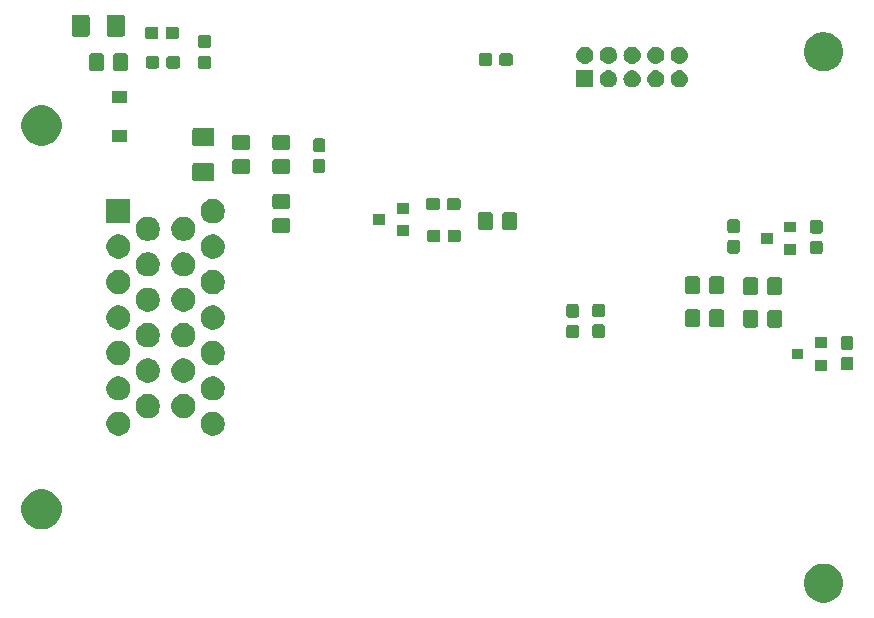
<source format=gbr>
G04 #@! TF.GenerationSoftware,KiCad,Pcbnew,(5.1.2-1)-1*
G04 #@! TF.CreationDate,2019-06-03T10:07:55+02:00*
G04 #@! TF.ProjectId,Dash,44617368-2e6b-4696-9361-645f70636258,rev?*
G04 #@! TF.SameCoordinates,Original*
G04 #@! TF.FileFunction,Soldermask,Bot*
G04 #@! TF.FilePolarity,Negative*
%FSLAX46Y46*%
G04 Gerber Fmt 4.6, Leading zero omitted, Abs format (unit mm)*
G04 Created by KiCad (PCBNEW (5.1.2-1)-1) date 2019-06-03 10:07:55*
%MOMM*%
%LPD*%
G04 APERTURE LIST*
%ADD10C,0.100000*%
G04 APERTURE END LIST*
D10*
G36*
X171375256Y-99791298D02*
G01*
X171481579Y-99812447D01*
X171782042Y-99936903D01*
X172052451Y-100117585D01*
X172282415Y-100347549D01*
X172463097Y-100617958D01*
X172587553Y-100918421D01*
X172651000Y-101237391D01*
X172651000Y-101562609D01*
X172587553Y-101881579D01*
X172463097Y-102182042D01*
X172282415Y-102452451D01*
X172052451Y-102682415D01*
X171782042Y-102863097D01*
X171481579Y-102987553D01*
X171375256Y-103008702D01*
X171162611Y-103051000D01*
X170837389Y-103051000D01*
X170624744Y-103008702D01*
X170518421Y-102987553D01*
X170217958Y-102863097D01*
X169947549Y-102682415D01*
X169717585Y-102452451D01*
X169536903Y-102182042D01*
X169412447Y-101881579D01*
X169349000Y-101562609D01*
X169349000Y-101237391D01*
X169412447Y-100918421D01*
X169536903Y-100617958D01*
X169717585Y-100347549D01*
X169947549Y-100117585D01*
X170217958Y-99936903D01*
X170518421Y-99812447D01*
X170624744Y-99791298D01*
X170837389Y-99749000D01*
X171162611Y-99749000D01*
X171375256Y-99791298D01*
X171375256Y-99791298D01*
G37*
G36*
X105296162Y-93514368D02*
G01*
X105605724Y-93642593D01*
X105605725Y-93642594D01*
X105884324Y-93828747D01*
X106121253Y-94065676D01*
X106245637Y-94251830D01*
X106307407Y-94344276D01*
X106435632Y-94653838D01*
X106501000Y-94982465D01*
X106501000Y-95317535D01*
X106435632Y-95646162D01*
X106307407Y-95955724D01*
X106307406Y-95955725D01*
X106121253Y-96234324D01*
X105884324Y-96471253D01*
X105698170Y-96595637D01*
X105605724Y-96657407D01*
X105296162Y-96785632D01*
X104967535Y-96851000D01*
X104632465Y-96851000D01*
X104303838Y-96785632D01*
X103994276Y-96657407D01*
X103901830Y-96595637D01*
X103715676Y-96471253D01*
X103478747Y-96234324D01*
X103292594Y-95955725D01*
X103292593Y-95955724D01*
X103164368Y-95646162D01*
X103099000Y-95317535D01*
X103099000Y-94982465D01*
X103164368Y-94653838D01*
X103292593Y-94344276D01*
X103354363Y-94251830D01*
X103478747Y-94065676D01*
X103715676Y-93828747D01*
X103994275Y-93642594D01*
X103994276Y-93642593D01*
X104303838Y-93514368D01*
X104632465Y-93449000D01*
X104967535Y-93449000D01*
X105296162Y-93514368D01*
X105296162Y-93514368D01*
G37*
G36*
X119599272Y-86913428D02*
G01*
X119785991Y-86990770D01*
X119785993Y-86990771D01*
X119954037Y-87103054D01*
X120096946Y-87245963D01*
X120209229Y-87414007D01*
X120209230Y-87414009D01*
X120286572Y-87600728D01*
X120326000Y-87798947D01*
X120326000Y-88001053D01*
X120286572Y-88199272D01*
X120209230Y-88385991D01*
X120209229Y-88385993D01*
X120096946Y-88554037D01*
X119954037Y-88696946D01*
X119785993Y-88809229D01*
X119785992Y-88809230D01*
X119785991Y-88809230D01*
X119599272Y-88886572D01*
X119401053Y-88926000D01*
X119198947Y-88926000D01*
X119000728Y-88886572D01*
X118814009Y-88809230D01*
X118814008Y-88809230D01*
X118814007Y-88809229D01*
X118645963Y-88696946D01*
X118503054Y-88554037D01*
X118390771Y-88385993D01*
X118390770Y-88385991D01*
X118313428Y-88199272D01*
X118274000Y-88001053D01*
X118274000Y-87798947D01*
X118313428Y-87600728D01*
X118390770Y-87414009D01*
X118390771Y-87414007D01*
X118503054Y-87245963D01*
X118645963Y-87103054D01*
X118814007Y-86990771D01*
X118814009Y-86990770D01*
X119000728Y-86913428D01*
X119198947Y-86874000D01*
X119401053Y-86874000D01*
X119599272Y-86913428D01*
X119599272Y-86913428D01*
G37*
G36*
X111599272Y-86913428D02*
G01*
X111785991Y-86990770D01*
X111785993Y-86990771D01*
X111954037Y-87103054D01*
X112096946Y-87245963D01*
X112209229Y-87414007D01*
X112209230Y-87414009D01*
X112286572Y-87600728D01*
X112326000Y-87798947D01*
X112326000Y-88001053D01*
X112286572Y-88199272D01*
X112209230Y-88385991D01*
X112209229Y-88385993D01*
X112096946Y-88554037D01*
X111954037Y-88696946D01*
X111785993Y-88809229D01*
X111785992Y-88809230D01*
X111785991Y-88809230D01*
X111599272Y-88886572D01*
X111401053Y-88926000D01*
X111198947Y-88926000D01*
X111000728Y-88886572D01*
X110814009Y-88809230D01*
X110814008Y-88809230D01*
X110814007Y-88809229D01*
X110645963Y-88696946D01*
X110503054Y-88554037D01*
X110390771Y-88385993D01*
X110390770Y-88385991D01*
X110313428Y-88199272D01*
X110274000Y-88001053D01*
X110274000Y-87798947D01*
X110313428Y-87600728D01*
X110390770Y-87414009D01*
X110390771Y-87414007D01*
X110503054Y-87245963D01*
X110645963Y-87103054D01*
X110814007Y-86990771D01*
X110814009Y-86990770D01*
X111000728Y-86913428D01*
X111198947Y-86874000D01*
X111401053Y-86874000D01*
X111599272Y-86913428D01*
X111599272Y-86913428D01*
G37*
G36*
X117099272Y-85413428D02*
G01*
X117285991Y-85490770D01*
X117285993Y-85490771D01*
X117454037Y-85603054D01*
X117596946Y-85745963D01*
X117709229Y-85914007D01*
X117709230Y-85914009D01*
X117786572Y-86100728D01*
X117826000Y-86298947D01*
X117826000Y-86501053D01*
X117786572Y-86699272D01*
X117714197Y-86874000D01*
X117709229Y-86885993D01*
X117596946Y-87054037D01*
X117454037Y-87196946D01*
X117285993Y-87309229D01*
X117285992Y-87309230D01*
X117285991Y-87309230D01*
X117099272Y-87386572D01*
X116901053Y-87426000D01*
X116698947Y-87426000D01*
X116500728Y-87386572D01*
X116314009Y-87309230D01*
X116314008Y-87309230D01*
X116314007Y-87309229D01*
X116145963Y-87196946D01*
X116003054Y-87054037D01*
X115890771Y-86885993D01*
X115885803Y-86874000D01*
X115813428Y-86699272D01*
X115774000Y-86501053D01*
X115774000Y-86298947D01*
X115813428Y-86100728D01*
X115890770Y-85914009D01*
X115890771Y-85914007D01*
X116003054Y-85745963D01*
X116145963Y-85603054D01*
X116314007Y-85490771D01*
X116314009Y-85490770D01*
X116500728Y-85413428D01*
X116698947Y-85374000D01*
X116901053Y-85374000D01*
X117099272Y-85413428D01*
X117099272Y-85413428D01*
G37*
G36*
X114099272Y-85413428D02*
G01*
X114285991Y-85490770D01*
X114285993Y-85490771D01*
X114454037Y-85603054D01*
X114596946Y-85745963D01*
X114709229Y-85914007D01*
X114709230Y-85914009D01*
X114786572Y-86100728D01*
X114826000Y-86298947D01*
X114826000Y-86501053D01*
X114786572Y-86699272D01*
X114714197Y-86874000D01*
X114709229Y-86885993D01*
X114596946Y-87054037D01*
X114454037Y-87196946D01*
X114285993Y-87309229D01*
X114285992Y-87309230D01*
X114285991Y-87309230D01*
X114099272Y-87386572D01*
X113901053Y-87426000D01*
X113698947Y-87426000D01*
X113500728Y-87386572D01*
X113314009Y-87309230D01*
X113314008Y-87309230D01*
X113314007Y-87309229D01*
X113145963Y-87196946D01*
X113003054Y-87054037D01*
X112890771Y-86885993D01*
X112885803Y-86874000D01*
X112813428Y-86699272D01*
X112774000Y-86501053D01*
X112774000Y-86298947D01*
X112813428Y-86100728D01*
X112890770Y-85914009D01*
X112890771Y-85914007D01*
X113003054Y-85745963D01*
X113145963Y-85603054D01*
X113314007Y-85490771D01*
X113314009Y-85490770D01*
X113500728Y-85413428D01*
X113698947Y-85374000D01*
X113901053Y-85374000D01*
X114099272Y-85413428D01*
X114099272Y-85413428D01*
G37*
G36*
X119599272Y-83913428D02*
G01*
X119785991Y-83990770D01*
X119785993Y-83990771D01*
X119954037Y-84103054D01*
X120096946Y-84245963D01*
X120209229Y-84414007D01*
X120209230Y-84414009D01*
X120286572Y-84600728D01*
X120326000Y-84798947D01*
X120326000Y-85001053D01*
X120286572Y-85199272D01*
X120214197Y-85374000D01*
X120209229Y-85385993D01*
X120096946Y-85554037D01*
X119954037Y-85696946D01*
X119785993Y-85809229D01*
X119785992Y-85809230D01*
X119785991Y-85809230D01*
X119599272Y-85886572D01*
X119401053Y-85926000D01*
X119198947Y-85926000D01*
X119000728Y-85886572D01*
X118814009Y-85809230D01*
X118814008Y-85809230D01*
X118814007Y-85809229D01*
X118645963Y-85696946D01*
X118503054Y-85554037D01*
X118390771Y-85385993D01*
X118385803Y-85374000D01*
X118313428Y-85199272D01*
X118274000Y-85001053D01*
X118274000Y-84798947D01*
X118313428Y-84600728D01*
X118390770Y-84414009D01*
X118390771Y-84414007D01*
X118503054Y-84245963D01*
X118645963Y-84103054D01*
X118814007Y-83990771D01*
X118814009Y-83990770D01*
X119000728Y-83913428D01*
X119198947Y-83874000D01*
X119401053Y-83874000D01*
X119599272Y-83913428D01*
X119599272Y-83913428D01*
G37*
G36*
X111599272Y-83913428D02*
G01*
X111785991Y-83990770D01*
X111785993Y-83990771D01*
X111954037Y-84103054D01*
X112096946Y-84245963D01*
X112209229Y-84414007D01*
X112209230Y-84414009D01*
X112286572Y-84600728D01*
X112326000Y-84798947D01*
X112326000Y-85001053D01*
X112286572Y-85199272D01*
X112214197Y-85374000D01*
X112209229Y-85385993D01*
X112096946Y-85554037D01*
X111954037Y-85696946D01*
X111785993Y-85809229D01*
X111785992Y-85809230D01*
X111785991Y-85809230D01*
X111599272Y-85886572D01*
X111401053Y-85926000D01*
X111198947Y-85926000D01*
X111000728Y-85886572D01*
X110814009Y-85809230D01*
X110814008Y-85809230D01*
X110814007Y-85809229D01*
X110645963Y-85696946D01*
X110503054Y-85554037D01*
X110390771Y-85385993D01*
X110385803Y-85374000D01*
X110313428Y-85199272D01*
X110274000Y-85001053D01*
X110274000Y-84798947D01*
X110313428Y-84600728D01*
X110390770Y-84414009D01*
X110390771Y-84414007D01*
X110503054Y-84245963D01*
X110645963Y-84103054D01*
X110814007Y-83990771D01*
X110814009Y-83990770D01*
X111000728Y-83913428D01*
X111198947Y-83874000D01*
X111401053Y-83874000D01*
X111599272Y-83913428D01*
X111599272Y-83913428D01*
G37*
G36*
X117099272Y-82413428D02*
G01*
X117276889Y-82487000D01*
X117285993Y-82490771D01*
X117454037Y-82603054D01*
X117596946Y-82745963D01*
X117709229Y-82914007D01*
X117709230Y-82914009D01*
X117786572Y-83100728D01*
X117826000Y-83298947D01*
X117826000Y-83501053D01*
X117786572Y-83699272D01*
X117714197Y-83874000D01*
X117709229Y-83885993D01*
X117596946Y-84054037D01*
X117454037Y-84196946D01*
X117285993Y-84309229D01*
X117285992Y-84309230D01*
X117285991Y-84309230D01*
X117099272Y-84386572D01*
X116901053Y-84426000D01*
X116698947Y-84426000D01*
X116500728Y-84386572D01*
X116314009Y-84309230D01*
X116314008Y-84309230D01*
X116314007Y-84309229D01*
X116145963Y-84196946D01*
X116003054Y-84054037D01*
X115890771Y-83885993D01*
X115885803Y-83874000D01*
X115813428Y-83699272D01*
X115774000Y-83501053D01*
X115774000Y-83298947D01*
X115813428Y-83100728D01*
X115890770Y-82914009D01*
X115890771Y-82914007D01*
X116003054Y-82745963D01*
X116145963Y-82603054D01*
X116314007Y-82490771D01*
X116323111Y-82487000D01*
X116500728Y-82413428D01*
X116698947Y-82374000D01*
X116901053Y-82374000D01*
X117099272Y-82413428D01*
X117099272Y-82413428D01*
G37*
G36*
X114099272Y-82413428D02*
G01*
X114276889Y-82487000D01*
X114285993Y-82490771D01*
X114454037Y-82603054D01*
X114596946Y-82745963D01*
X114709229Y-82914007D01*
X114709230Y-82914009D01*
X114786572Y-83100728D01*
X114826000Y-83298947D01*
X114826000Y-83501053D01*
X114786572Y-83699272D01*
X114714197Y-83874000D01*
X114709229Y-83885993D01*
X114596946Y-84054037D01*
X114454037Y-84196946D01*
X114285993Y-84309229D01*
X114285992Y-84309230D01*
X114285991Y-84309230D01*
X114099272Y-84386572D01*
X113901053Y-84426000D01*
X113698947Y-84426000D01*
X113500728Y-84386572D01*
X113314009Y-84309230D01*
X113314008Y-84309230D01*
X113314007Y-84309229D01*
X113145963Y-84196946D01*
X113003054Y-84054037D01*
X112890771Y-83885993D01*
X112885803Y-83874000D01*
X112813428Y-83699272D01*
X112774000Y-83501053D01*
X112774000Y-83298947D01*
X112813428Y-83100728D01*
X112890770Y-82914009D01*
X112890771Y-82914007D01*
X113003054Y-82745963D01*
X113145963Y-82603054D01*
X113314007Y-82490771D01*
X113323111Y-82487000D01*
X113500728Y-82413428D01*
X113698947Y-82374000D01*
X113901053Y-82374000D01*
X114099272Y-82413428D01*
X114099272Y-82413428D01*
G37*
G36*
X171301000Y-83401000D02*
G01*
X170299000Y-83401000D01*
X170299000Y-82499000D01*
X171301000Y-82499000D01*
X171301000Y-83401000D01*
X171301000Y-83401000D01*
G37*
G36*
X173364499Y-82228445D02*
G01*
X173401995Y-82239820D01*
X173436554Y-82258292D01*
X173466847Y-82283153D01*
X173491708Y-82313446D01*
X173510180Y-82348005D01*
X173521555Y-82385501D01*
X173526000Y-82430638D01*
X173526000Y-83169362D01*
X173521555Y-83214499D01*
X173510180Y-83251995D01*
X173491708Y-83286554D01*
X173466847Y-83316847D01*
X173436554Y-83341708D01*
X173401995Y-83360180D01*
X173364499Y-83371555D01*
X173319362Y-83376000D01*
X172680638Y-83376000D01*
X172635501Y-83371555D01*
X172598005Y-83360180D01*
X172563446Y-83341708D01*
X172533153Y-83316847D01*
X172508292Y-83286554D01*
X172489820Y-83251995D01*
X172478445Y-83214499D01*
X172474000Y-83169362D01*
X172474000Y-82430638D01*
X172478445Y-82385501D01*
X172489820Y-82348005D01*
X172508292Y-82313446D01*
X172533153Y-82283153D01*
X172563446Y-82258292D01*
X172598005Y-82239820D01*
X172635501Y-82228445D01*
X172680638Y-82224000D01*
X173319362Y-82224000D01*
X173364499Y-82228445D01*
X173364499Y-82228445D01*
G37*
G36*
X119599272Y-80913428D02*
G01*
X119785991Y-80990770D01*
X119785993Y-80990771D01*
X119954037Y-81103054D01*
X120096946Y-81245963D01*
X120209229Y-81414007D01*
X120209230Y-81414009D01*
X120286572Y-81600728D01*
X120326000Y-81798947D01*
X120326000Y-82001053D01*
X120286572Y-82199272D01*
X120224964Y-82348005D01*
X120209229Y-82385993D01*
X120096946Y-82554037D01*
X119954037Y-82696946D01*
X119785993Y-82809229D01*
X119785992Y-82809230D01*
X119785991Y-82809230D01*
X119599272Y-82886572D01*
X119401053Y-82926000D01*
X119198947Y-82926000D01*
X119000728Y-82886572D01*
X118814009Y-82809230D01*
X118814008Y-82809230D01*
X118814007Y-82809229D01*
X118645963Y-82696946D01*
X118503054Y-82554037D01*
X118390771Y-82385993D01*
X118375036Y-82348005D01*
X118313428Y-82199272D01*
X118274000Y-82001053D01*
X118274000Y-81798947D01*
X118313428Y-81600728D01*
X118390770Y-81414009D01*
X118390771Y-81414007D01*
X118503054Y-81245963D01*
X118645963Y-81103054D01*
X118814007Y-80990771D01*
X118814009Y-80990770D01*
X119000728Y-80913428D01*
X119198947Y-80874000D01*
X119401053Y-80874000D01*
X119599272Y-80913428D01*
X119599272Y-80913428D01*
G37*
G36*
X111599272Y-80913428D02*
G01*
X111785991Y-80990770D01*
X111785993Y-80990771D01*
X111954037Y-81103054D01*
X112096946Y-81245963D01*
X112209229Y-81414007D01*
X112209230Y-81414009D01*
X112286572Y-81600728D01*
X112326000Y-81798947D01*
X112326000Y-82001053D01*
X112286572Y-82199272D01*
X112224964Y-82348005D01*
X112209229Y-82385993D01*
X112096946Y-82554037D01*
X111954037Y-82696946D01*
X111785993Y-82809229D01*
X111785992Y-82809230D01*
X111785991Y-82809230D01*
X111599272Y-82886572D01*
X111401053Y-82926000D01*
X111198947Y-82926000D01*
X111000728Y-82886572D01*
X110814009Y-82809230D01*
X110814008Y-82809230D01*
X110814007Y-82809229D01*
X110645963Y-82696946D01*
X110503054Y-82554037D01*
X110390771Y-82385993D01*
X110375036Y-82348005D01*
X110313428Y-82199272D01*
X110274000Y-82001053D01*
X110274000Y-81798947D01*
X110313428Y-81600728D01*
X110390770Y-81414009D01*
X110390771Y-81414007D01*
X110503054Y-81245963D01*
X110645963Y-81103054D01*
X110814007Y-80990771D01*
X110814009Y-80990770D01*
X111000728Y-80913428D01*
X111198947Y-80874000D01*
X111401053Y-80874000D01*
X111599272Y-80913428D01*
X111599272Y-80913428D01*
G37*
G36*
X169301000Y-82451000D02*
G01*
X168299000Y-82451000D01*
X168299000Y-81549000D01*
X169301000Y-81549000D01*
X169301000Y-82451000D01*
X169301000Y-82451000D01*
G37*
G36*
X173364499Y-80478445D02*
G01*
X173401995Y-80489820D01*
X173436554Y-80508292D01*
X173466847Y-80533153D01*
X173491708Y-80563446D01*
X173510180Y-80598005D01*
X173521555Y-80635501D01*
X173526000Y-80680638D01*
X173526000Y-81419362D01*
X173521555Y-81464499D01*
X173510180Y-81501995D01*
X173491708Y-81536554D01*
X173466847Y-81566847D01*
X173436554Y-81591708D01*
X173401995Y-81610180D01*
X173364499Y-81621555D01*
X173319362Y-81626000D01*
X172680638Y-81626000D01*
X172635501Y-81621555D01*
X172598005Y-81610180D01*
X172563446Y-81591708D01*
X172533153Y-81566847D01*
X172508292Y-81536554D01*
X172489820Y-81501995D01*
X172478445Y-81464499D01*
X172474000Y-81419362D01*
X172474000Y-80680638D01*
X172478445Y-80635501D01*
X172489820Y-80598005D01*
X172508292Y-80563446D01*
X172533153Y-80533153D01*
X172563446Y-80508292D01*
X172598005Y-80489820D01*
X172635501Y-80478445D01*
X172680638Y-80474000D01*
X173319362Y-80474000D01*
X173364499Y-80478445D01*
X173364499Y-80478445D01*
G37*
G36*
X171301000Y-81501000D02*
G01*
X170299000Y-81501000D01*
X170299000Y-80599000D01*
X171301000Y-80599000D01*
X171301000Y-81501000D01*
X171301000Y-81501000D01*
G37*
G36*
X114099272Y-79413428D02*
G01*
X114272015Y-79484981D01*
X114285993Y-79490771D01*
X114454037Y-79603054D01*
X114596946Y-79745963D01*
X114709229Y-79914007D01*
X114709230Y-79914009D01*
X114786572Y-80100728D01*
X114826000Y-80298947D01*
X114826000Y-80501053D01*
X114786572Y-80699272D01*
X114770944Y-80737000D01*
X114709229Y-80885993D01*
X114596946Y-81054037D01*
X114454037Y-81196946D01*
X114285993Y-81309229D01*
X114285992Y-81309230D01*
X114285991Y-81309230D01*
X114099272Y-81386572D01*
X113901053Y-81426000D01*
X113698947Y-81426000D01*
X113500728Y-81386572D01*
X113314009Y-81309230D01*
X113314008Y-81309230D01*
X113314007Y-81309229D01*
X113145963Y-81196946D01*
X113003054Y-81054037D01*
X112890771Y-80885993D01*
X112829056Y-80737000D01*
X112813428Y-80699272D01*
X112774000Y-80501053D01*
X112774000Y-80298947D01*
X112813428Y-80100728D01*
X112890770Y-79914009D01*
X112890771Y-79914007D01*
X113003054Y-79745963D01*
X113145963Y-79603054D01*
X113314007Y-79490771D01*
X113327985Y-79484981D01*
X113500728Y-79413428D01*
X113698947Y-79374000D01*
X113901053Y-79374000D01*
X114099272Y-79413428D01*
X114099272Y-79413428D01*
G37*
G36*
X117099272Y-79413428D02*
G01*
X117272015Y-79484981D01*
X117285993Y-79490771D01*
X117454037Y-79603054D01*
X117596946Y-79745963D01*
X117709229Y-79914007D01*
X117709230Y-79914009D01*
X117786572Y-80100728D01*
X117826000Y-80298947D01*
X117826000Y-80501053D01*
X117786572Y-80699272D01*
X117770944Y-80737000D01*
X117709229Y-80885993D01*
X117596946Y-81054037D01*
X117454037Y-81196946D01*
X117285993Y-81309229D01*
X117285992Y-81309230D01*
X117285991Y-81309230D01*
X117099272Y-81386572D01*
X116901053Y-81426000D01*
X116698947Y-81426000D01*
X116500728Y-81386572D01*
X116314009Y-81309230D01*
X116314008Y-81309230D01*
X116314007Y-81309229D01*
X116145963Y-81196946D01*
X116003054Y-81054037D01*
X115890771Y-80885993D01*
X115829056Y-80737000D01*
X115813428Y-80699272D01*
X115774000Y-80501053D01*
X115774000Y-80298947D01*
X115813428Y-80100728D01*
X115890770Y-79914009D01*
X115890771Y-79914007D01*
X116003054Y-79745963D01*
X116145963Y-79603054D01*
X116314007Y-79490771D01*
X116327985Y-79484981D01*
X116500728Y-79413428D01*
X116698947Y-79374000D01*
X116901053Y-79374000D01*
X117099272Y-79413428D01*
X117099272Y-79413428D01*
G37*
G36*
X150124499Y-79523445D02*
G01*
X150161995Y-79534820D01*
X150196554Y-79553292D01*
X150226847Y-79578153D01*
X150251708Y-79608446D01*
X150270180Y-79643005D01*
X150281555Y-79680501D01*
X150286000Y-79725638D01*
X150286000Y-80464362D01*
X150281555Y-80509499D01*
X150270180Y-80546995D01*
X150251708Y-80581554D01*
X150226847Y-80611847D01*
X150196554Y-80636708D01*
X150161995Y-80655180D01*
X150124499Y-80666555D01*
X150079362Y-80671000D01*
X149440638Y-80671000D01*
X149395501Y-80666555D01*
X149358005Y-80655180D01*
X149323446Y-80636708D01*
X149293153Y-80611847D01*
X149268292Y-80581554D01*
X149249820Y-80546995D01*
X149238445Y-80509499D01*
X149234000Y-80464362D01*
X149234000Y-79725638D01*
X149238445Y-79680501D01*
X149249820Y-79643005D01*
X149268292Y-79608446D01*
X149293153Y-79578153D01*
X149323446Y-79553292D01*
X149358005Y-79534820D01*
X149395501Y-79523445D01*
X149440638Y-79519000D01*
X150079362Y-79519000D01*
X150124499Y-79523445D01*
X150124499Y-79523445D01*
G37*
G36*
X152334499Y-79483445D02*
G01*
X152371995Y-79494820D01*
X152406554Y-79513292D01*
X152436847Y-79538153D01*
X152461708Y-79568446D01*
X152480180Y-79603005D01*
X152491555Y-79640501D01*
X152496000Y-79685638D01*
X152496000Y-80424362D01*
X152491555Y-80469499D01*
X152480180Y-80506995D01*
X152461708Y-80541554D01*
X152436847Y-80571847D01*
X152406554Y-80596708D01*
X152371995Y-80615180D01*
X152334499Y-80626555D01*
X152289362Y-80631000D01*
X151650638Y-80631000D01*
X151605501Y-80626555D01*
X151568005Y-80615180D01*
X151533446Y-80596708D01*
X151503153Y-80571847D01*
X151478292Y-80541554D01*
X151459820Y-80506995D01*
X151448445Y-80469499D01*
X151444000Y-80424362D01*
X151444000Y-79685638D01*
X151448445Y-79640501D01*
X151459820Y-79603005D01*
X151478292Y-79568446D01*
X151503153Y-79538153D01*
X151533446Y-79513292D01*
X151568005Y-79494820D01*
X151605501Y-79483445D01*
X151650638Y-79479000D01*
X152289362Y-79479000D01*
X152334499Y-79483445D01*
X152334499Y-79483445D01*
G37*
G36*
X111599272Y-77913428D02*
G01*
X111749459Y-77975638D01*
X111785993Y-77990771D01*
X111954037Y-78103054D01*
X112096946Y-78245963D01*
X112191195Y-78387017D01*
X112209230Y-78414009D01*
X112286572Y-78600728D01*
X112326000Y-78798947D01*
X112326000Y-79001053D01*
X112286572Y-79199272D01*
X112214197Y-79374000D01*
X112209229Y-79385993D01*
X112096946Y-79554037D01*
X111954037Y-79696946D01*
X111785993Y-79809229D01*
X111785992Y-79809230D01*
X111785991Y-79809230D01*
X111599272Y-79886572D01*
X111401053Y-79926000D01*
X111198947Y-79926000D01*
X111000728Y-79886572D01*
X110814009Y-79809230D01*
X110814008Y-79809230D01*
X110814007Y-79809229D01*
X110645963Y-79696946D01*
X110503054Y-79554037D01*
X110390771Y-79385993D01*
X110385803Y-79374000D01*
X110313428Y-79199272D01*
X110274000Y-79001053D01*
X110274000Y-78798947D01*
X110313428Y-78600728D01*
X110390770Y-78414009D01*
X110408805Y-78387017D01*
X110503054Y-78245963D01*
X110645963Y-78103054D01*
X110814007Y-77990771D01*
X110850541Y-77975638D01*
X111000728Y-77913428D01*
X111198947Y-77874000D01*
X111401053Y-77874000D01*
X111599272Y-77913428D01*
X111599272Y-77913428D01*
G37*
G36*
X119599272Y-77913428D02*
G01*
X119749459Y-77975638D01*
X119785993Y-77990771D01*
X119954037Y-78103054D01*
X120096946Y-78245963D01*
X120191195Y-78387017D01*
X120209230Y-78414009D01*
X120286572Y-78600728D01*
X120326000Y-78798947D01*
X120326000Y-79001053D01*
X120286572Y-79199272D01*
X120214197Y-79374000D01*
X120209229Y-79385993D01*
X120096946Y-79554037D01*
X119954037Y-79696946D01*
X119785993Y-79809229D01*
X119785992Y-79809230D01*
X119785991Y-79809230D01*
X119599272Y-79886572D01*
X119401053Y-79926000D01*
X119198947Y-79926000D01*
X119000728Y-79886572D01*
X118814009Y-79809230D01*
X118814008Y-79809230D01*
X118814007Y-79809229D01*
X118645963Y-79696946D01*
X118503054Y-79554037D01*
X118390771Y-79385993D01*
X118385803Y-79374000D01*
X118313428Y-79199272D01*
X118274000Y-79001053D01*
X118274000Y-78798947D01*
X118313428Y-78600728D01*
X118390770Y-78414009D01*
X118408805Y-78387017D01*
X118503054Y-78245963D01*
X118645963Y-78103054D01*
X118814007Y-77990771D01*
X118850541Y-77975638D01*
X119000728Y-77913428D01*
X119198947Y-77874000D01*
X119401053Y-77874000D01*
X119599272Y-77913428D01*
X119599272Y-77913428D01*
G37*
G36*
X167355150Y-78259619D02*
G01*
X167392843Y-78271053D01*
X167427579Y-78289620D01*
X167458024Y-78314606D01*
X167483010Y-78345051D01*
X167501577Y-78379787D01*
X167513011Y-78417480D01*
X167517476Y-78462815D01*
X167517476Y-79549493D01*
X167513011Y-79594828D01*
X167501577Y-79632521D01*
X167483010Y-79667257D01*
X167458024Y-79697702D01*
X167427579Y-79722688D01*
X167392843Y-79741255D01*
X167355150Y-79752689D01*
X167309815Y-79757154D01*
X166473137Y-79757154D01*
X166427802Y-79752689D01*
X166390109Y-79741255D01*
X166355373Y-79722688D01*
X166324928Y-79697702D01*
X166299942Y-79667257D01*
X166281375Y-79632521D01*
X166269941Y-79594828D01*
X166265476Y-79549493D01*
X166265476Y-78462815D01*
X166269941Y-78417480D01*
X166281375Y-78379787D01*
X166299942Y-78345051D01*
X166324928Y-78314606D01*
X166355373Y-78289620D01*
X166390109Y-78271053D01*
X166427802Y-78259619D01*
X166473137Y-78255154D01*
X167309815Y-78255154D01*
X167355150Y-78259619D01*
X167355150Y-78259619D01*
G37*
G36*
X165305150Y-78259619D02*
G01*
X165342843Y-78271053D01*
X165377579Y-78289620D01*
X165408024Y-78314606D01*
X165433010Y-78345051D01*
X165451577Y-78379787D01*
X165463011Y-78417480D01*
X165467476Y-78462815D01*
X165467476Y-79549493D01*
X165463011Y-79594828D01*
X165451577Y-79632521D01*
X165433010Y-79667257D01*
X165408024Y-79697702D01*
X165377579Y-79722688D01*
X165342843Y-79741255D01*
X165305150Y-79752689D01*
X165259815Y-79757154D01*
X164423137Y-79757154D01*
X164377802Y-79752689D01*
X164340109Y-79741255D01*
X164305373Y-79722688D01*
X164274928Y-79697702D01*
X164249942Y-79667257D01*
X164231375Y-79632521D01*
X164219941Y-79594828D01*
X164215476Y-79549493D01*
X164215476Y-78462815D01*
X164219941Y-78417480D01*
X164231375Y-78379787D01*
X164249942Y-78345051D01*
X164274928Y-78314606D01*
X164305373Y-78289620D01*
X164340109Y-78271053D01*
X164377802Y-78259619D01*
X164423137Y-78255154D01*
X165259815Y-78255154D01*
X165305150Y-78259619D01*
X165305150Y-78259619D01*
G37*
G36*
X160388674Y-78223465D02*
G01*
X160426367Y-78234899D01*
X160461103Y-78253466D01*
X160491548Y-78278452D01*
X160516534Y-78308897D01*
X160535101Y-78343633D01*
X160546535Y-78381326D01*
X160551000Y-78426661D01*
X160551000Y-79513339D01*
X160546535Y-79558674D01*
X160535101Y-79596367D01*
X160516534Y-79631103D01*
X160491548Y-79661548D01*
X160461103Y-79686534D01*
X160426367Y-79705101D01*
X160388674Y-79716535D01*
X160343339Y-79721000D01*
X159506661Y-79721000D01*
X159461326Y-79716535D01*
X159423633Y-79705101D01*
X159388897Y-79686534D01*
X159358452Y-79661548D01*
X159333466Y-79631103D01*
X159314899Y-79596367D01*
X159303465Y-79558674D01*
X159299000Y-79513339D01*
X159299000Y-78426661D01*
X159303465Y-78381326D01*
X159314899Y-78343633D01*
X159333466Y-78308897D01*
X159358452Y-78278452D01*
X159388897Y-78253466D01*
X159423633Y-78234899D01*
X159461326Y-78223465D01*
X159506661Y-78219000D01*
X160343339Y-78219000D01*
X160388674Y-78223465D01*
X160388674Y-78223465D01*
G37*
G36*
X162438674Y-78223465D02*
G01*
X162476367Y-78234899D01*
X162511103Y-78253466D01*
X162541548Y-78278452D01*
X162566534Y-78308897D01*
X162585101Y-78343633D01*
X162596535Y-78381326D01*
X162601000Y-78426661D01*
X162601000Y-79513339D01*
X162596535Y-79558674D01*
X162585101Y-79596367D01*
X162566534Y-79631103D01*
X162541548Y-79661548D01*
X162511103Y-79686534D01*
X162476367Y-79705101D01*
X162438674Y-79716535D01*
X162393339Y-79721000D01*
X161556661Y-79721000D01*
X161511326Y-79716535D01*
X161473633Y-79705101D01*
X161438897Y-79686534D01*
X161408452Y-79661548D01*
X161383466Y-79631103D01*
X161364899Y-79596367D01*
X161353465Y-79558674D01*
X161349000Y-79513339D01*
X161349000Y-78426661D01*
X161353465Y-78381326D01*
X161364899Y-78343633D01*
X161383466Y-78308897D01*
X161408452Y-78278452D01*
X161438897Y-78253466D01*
X161473633Y-78234899D01*
X161511326Y-78223465D01*
X161556661Y-78219000D01*
X162393339Y-78219000D01*
X162438674Y-78223465D01*
X162438674Y-78223465D01*
G37*
G36*
X150124499Y-77773445D02*
G01*
X150161995Y-77784820D01*
X150196554Y-77803292D01*
X150226847Y-77828153D01*
X150251708Y-77858446D01*
X150270180Y-77893005D01*
X150281555Y-77930501D01*
X150286000Y-77975638D01*
X150286000Y-78714362D01*
X150281555Y-78759499D01*
X150270180Y-78796995D01*
X150251708Y-78831554D01*
X150226847Y-78861847D01*
X150196554Y-78886708D01*
X150161995Y-78905180D01*
X150124499Y-78916555D01*
X150079362Y-78921000D01*
X149440638Y-78921000D01*
X149395501Y-78916555D01*
X149358005Y-78905180D01*
X149323446Y-78886708D01*
X149293153Y-78861847D01*
X149268292Y-78831554D01*
X149249820Y-78796995D01*
X149238445Y-78759499D01*
X149234000Y-78714362D01*
X149234000Y-77975638D01*
X149238445Y-77930501D01*
X149249820Y-77893005D01*
X149268292Y-77858446D01*
X149293153Y-77828153D01*
X149323446Y-77803292D01*
X149358005Y-77784820D01*
X149395501Y-77773445D01*
X149440638Y-77769000D01*
X150079362Y-77769000D01*
X150124499Y-77773445D01*
X150124499Y-77773445D01*
G37*
G36*
X152334499Y-77733445D02*
G01*
X152371995Y-77744820D01*
X152406554Y-77763292D01*
X152436847Y-77788153D01*
X152461708Y-77818446D01*
X152480180Y-77853005D01*
X152491555Y-77890501D01*
X152496000Y-77935638D01*
X152496000Y-78674362D01*
X152491555Y-78719499D01*
X152480180Y-78756995D01*
X152461708Y-78791554D01*
X152436847Y-78821847D01*
X152406554Y-78846708D01*
X152371995Y-78865180D01*
X152334499Y-78876555D01*
X152289362Y-78881000D01*
X151650638Y-78881000D01*
X151605501Y-78876555D01*
X151568005Y-78865180D01*
X151533446Y-78846708D01*
X151503153Y-78821847D01*
X151478292Y-78791554D01*
X151459820Y-78756995D01*
X151448445Y-78719499D01*
X151444000Y-78674362D01*
X151444000Y-77935638D01*
X151448445Y-77890501D01*
X151459820Y-77853005D01*
X151478292Y-77818446D01*
X151503153Y-77788153D01*
X151533446Y-77763292D01*
X151568005Y-77744820D01*
X151605501Y-77733445D01*
X151650638Y-77729000D01*
X152289362Y-77729000D01*
X152334499Y-77733445D01*
X152334499Y-77733445D01*
G37*
G36*
X117099272Y-76413428D02*
G01*
X117285991Y-76490770D01*
X117285993Y-76490771D01*
X117454037Y-76603054D01*
X117596946Y-76745963D01*
X117693213Y-76890038D01*
X117709230Y-76914009D01*
X117786572Y-77100728D01*
X117826000Y-77298947D01*
X117826000Y-77501053D01*
X117786572Y-77699272D01*
X117714197Y-77874000D01*
X117709229Y-77885993D01*
X117596946Y-78054037D01*
X117454037Y-78196946D01*
X117285993Y-78309229D01*
X117285992Y-78309230D01*
X117285991Y-78309230D01*
X117099272Y-78386572D01*
X116901053Y-78426000D01*
X116698947Y-78426000D01*
X116500728Y-78386572D01*
X116314009Y-78309230D01*
X116314008Y-78309230D01*
X116314007Y-78309229D01*
X116145963Y-78196946D01*
X116003054Y-78054037D01*
X115890771Y-77885993D01*
X115885803Y-77874000D01*
X115813428Y-77699272D01*
X115774000Y-77501053D01*
X115774000Y-77298947D01*
X115813428Y-77100728D01*
X115890770Y-76914009D01*
X115906787Y-76890038D01*
X116003054Y-76745963D01*
X116145963Y-76603054D01*
X116314007Y-76490771D01*
X116314009Y-76490770D01*
X116500728Y-76413428D01*
X116698947Y-76374000D01*
X116901053Y-76374000D01*
X117099272Y-76413428D01*
X117099272Y-76413428D01*
G37*
G36*
X114099272Y-76413428D02*
G01*
X114285991Y-76490770D01*
X114285993Y-76490771D01*
X114454037Y-76603054D01*
X114596946Y-76745963D01*
X114693213Y-76890038D01*
X114709230Y-76914009D01*
X114786572Y-77100728D01*
X114826000Y-77298947D01*
X114826000Y-77501053D01*
X114786572Y-77699272D01*
X114714197Y-77874000D01*
X114709229Y-77885993D01*
X114596946Y-78054037D01*
X114454037Y-78196946D01*
X114285993Y-78309229D01*
X114285992Y-78309230D01*
X114285991Y-78309230D01*
X114099272Y-78386572D01*
X113901053Y-78426000D01*
X113698947Y-78426000D01*
X113500728Y-78386572D01*
X113314009Y-78309230D01*
X113314008Y-78309230D01*
X113314007Y-78309229D01*
X113145963Y-78196946D01*
X113003054Y-78054037D01*
X112890771Y-77885993D01*
X112885803Y-77874000D01*
X112813428Y-77699272D01*
X112774000Y-77501053D01*
X112774000Y-77298947D01*
X112813428Y-77100728D01*
X112890770Y-76914009D01*
X112906787Y-76890038D01*
X113003054Y-76745963D01*
X113145963Y-76603054D01*
X113314007Y-76490771D01*
X113314009Y-76490770D01*
X113500728Y-76413428D01*
X113698947Y-76374000D01*
X113901053Y-76374000D01*
X114099272Y-76413428D01*
X114099272Y-76413428D01*
G37*
G36*
X165293674Y-75513465D02*
G01*
X165331367Y-75524899D01*
X165366103Y-75543466D01*
X165396548Y-75568452D01*
X165421534Y-75598897D01*
X165440101Y-75633633D01*
X165451535Y-75671326D01*
X165456000Y-75716661D01*
X165456000Y-76803339D01*
X165451535Y-76848674D01*
X165440101Y-76886367D01*
X165421534Y-76921103D01*
X165396548Y-76951548D01*
X165366103Y-76976534D01*
X165331367Y-76995101D01*
X165293674Y-77006535D01*
X165248339Y-77011000D01*
X164411661Y-77011000D01*
X164366326Y-77006535D01*
X164328633Y-76995101D01*
X164293897Y-76976534D01*
X164263452Y-76951548D01*
X164238466Y-76921103D01*
X164219899Y-76886367D01*
X164208465Y-76848674D01*
X164204000Y-76803339D01*
X164204000Y-75716661D01*
X164208465Y-75671326D01*
X164219899Y-75633633D01*
X164238466Y-75598897D01*
X164263452Y-75568452D01*
X164293897Y-75543466D01*
X164328633Y-75524899D01*
X164366326Y-75513465D01*
X164411661Y-75509000D01*
X165248339Y-75509000D01*
X165293674Y-75513465D01*
X165293674Y-75513465D01*
G37*
G36*
X167343674Y-75513465D02*
G01*
X167381367Y-75524899D01*
X167416103Y-75543466D01*
X167446548Y-75568452D01*
X167471534Y-75598897D01*
X167490101Y-75633633D01*
X167501535Y-75671326D01*
X167506000Y-75716661D01*
X167506000Y-76803339D01*
X167501535Y-76848674D01*
X167490101Y-76886367D01*
X167471534Y-76921103D01*
X167446548Y-76951548D01*
X167416103Y-76976534D01*
X167381367Y-76995101D01*
X167343674Y-77006535D01*
X167298339Y-77011000D01*
X166461661Y-77011000D01*
X166416326Y-77006535D01*
X166378633Y-76995101D01*
X166343897Y-76976534D01*
X166313452Y-76951548D01*
X166288466Y-76921103D01*
X166269899Y-76886367D01*
X166258465Y-76848674D01*
X166254000Y-76803339D01*
X166254000Y-75716661D01*
X166258465Y-75671326D01*
X166269899Y-75633633D01*
X166288466Y-75598897D01*
X166313452Y-75568452D01*
X166343897Y-75543466D01*
X166378633Y-75524899D01*
X166416326Y-75513465D01*
X166461661Y-75509000D01*
X167298339Y-75509000D01*
X167343674Y-75513465D01*
X167343674Y-75513465D01*
G37*
G36*
X160378674Y-75433465D02*
G01*
X160416367Y-75444899D01*
X160451103Y-75463466D01*
X160481548Y-75488452D01*
X160506534Y-75518897D01*
X160525101Y-75553633D01*
X160536535Y-75591326D01*
X160541000Y-75636661D01*
X160541000Y-76723339D01*
X160536535Y-76768674D01*
X160525101Y-76806367D01*
X160506534Y-76841103D01*
X160481548Y-76871548D01*
X160451103Y-76896534D01*
X160416367Y-76915101D01*
X160378674Y-76926535D01*
X160333339Y-76931000D01*
X159496661Y-76931000D01*
X159451326Y-76926535D01*
X159413633Y-76915101D01*
X159378897Y-76896534D01*
X159348452Y-76871548D01*
X159323466Y-76841103D01*
X159304899Y-76806367D01*
X159293465Y-76768674D01*
X159289000Y-76723339D01*
X159289000Y-75636661D01*
X159293465Y-75591326D01*
X159304899Y-75553633D01*
X159323466Y-75518897D01*
X159348452Y-75488452D01*
X159378897Y-75463466D01*
X159413633Y-75444899D01*
X159451326Y-75433465D01*
X159496661Y-75429000D01*
X160333339Y-75429000D01*
X160378674Y-75433465D01*
X160378674Y-75433465D01*
G37*
G36*
X162428674Y-75433465D02*
G01*
X162466367Y-75444899D01*
X162501103Y-75463466D01*
X162531548Y-75488452D01*
X162556534Y-75518897D01*
X162575101Y-75553633D01*
X162586535Y-75591326D01*
X162591000Y-75636661D01*
X162591000Y-76723339D01*
X162586535Y-76768674D01*
X162575101Y-76806367D01*
X162556534Y-76841103D01*
X162531548Y-76871548D01*
X162501103Y-76896534D01*
X162466367Y-76915101D01*
X162428674Y-76926535D01*
X162383339Y-76931000D01*
X161546661Y-76931000D01*
X161501326Y-76926535D01*
X161463633Y-76915101D01*
X161428897Y-76896534D01*
X161398452Y-76871548D01*
X161373466Y-76841103D01*
X161354899Y-76806367D01*
X161343465Y-76768674D01*
X161339000Y-76723339D01*
X161339000Y-75636661D01*
X161343465Y-75591326D01*
X161354899Y-75553633D01*
X161373466Y-75518897D01*
X161398452Y-75488452D01*
X161428897Y-75463466D01*
X161463633Y-75444899D01*
X161501326Y-75433465D01*
X161546661Y-75429000D01*
X162383339Y-75429000D01*
X162428674Y-75433465D01*
X162428674Y-75433465D01*
G37*
G36*
X111599272Y-74913428D02*
G01*
X111785991Y-74990770D01*
X111785993Y-74990771D01*
X111954037Y-75103054D01*
X112096946Y-75245963D01*
X112209229Y-75414007D01*
X112209230Y-75414009D01*
X112286572Y-75600728D01*
X112326000Y-75798947D01*
X112326000Y-76001053D01*
X112286572Y-76199272D01*
X112214197Y-76374000D01*
X112209229Y-76385993D01*
X112096946Y-76554037D01*
X111954037Y-76696946D01*
X111785993Y-76809229D01*
X111785992Y-76809230D01*
X111785991Y-76809230D01*
X111599272Y-76886572D01*
X111401053Y-76926000D01*
X111198947Y-76926000D01*
X111000728Y-76886572D01*
X110814009Y-76809230D01*
X110814008Y-76809230D01*
X110814007Y-76809229D01*
X110645963Y-76696946D01*
X110503054Y-76554037D01*
X110390771Y-76385993D01*
X110385803Y-76374000D01*
X110313428Y-76199272D01*
X110274000Y-76001053D01*
X110274000Y-75798947D01*
X110313428Y-75600728D01*
X110390770Y-75414009D01*
X110390771Y-75414007D01*
X110503054Y-75245963D01*
X110645963Y-75103054D01*
X110814007Y-74990771D01*
X110814009Y-74990770D01*
X111000728Y-74913428D01*
X111198947Y-74874000D01*
X111401053Y-74874000D01*
X111599272Y-74913428D01*
X111599272Y-74913428D01*
G37*
G36*
X119599272Y-74913428D02*
G01*
X119785991Y-74990770D01*
X119785993Y-74990771D01*
X119954037Y-75103054D01*
X120096946Y-75245963D01*
X120209229Y-75414007D01*
X120209230Y-75414009D01*
X120286572Y-75600728D01*
X120326000Y-75798947D01*
X120326000Y-76001053D01*
X120286572Y-76199272D01*
X120214197Y-76374000D01*
X120209229Y-76385993D01*
X120096946Y-76554037D01*
X119954037Y-76696946D01*
X119785993Y-76809229D01*
X119785992Y-76809230D01*
X119785991Y-76809230D01*
X119599272Y-76886572D01*
X119401053Y-76926000D01*
X119198947Y-76926000D01*
X119000728Y-76886572D01*
X118814009Y-76809230D01*
X118814008Y-76809230D01*
X118814007Y-76809229D01*
X118645963Y-76696946D01*
X118503054Y-76554037D01*
X118390771Y-76385993D01*
X118385803Y-76374000D01*
X118313428Y-76199272D01*
X118274000Y-76001053D01*
X118274000Y-75798947D01*
X118313428Y-75600728D01*
X118390770Y-75414009D01*
X118390771Y-75414007D01*
X118503054Y-75245963D01*
X118645963Y-75103054D01*
X118814007Y-74990771D01*
X118814009Y-74990770D01*
X119000728Y-74913428D01*
X119198947Y-74874000D01*
X119401053Y-74874000D01*
X119599272Y-74913428D01*
X119599272Y-74913428D01*
G37*
G36*
X114099272Y-73413428D02*
G01*
X114274347Y-73485947D01*
X114285993Y-73490771D01*
X114454037Y-73603054D01*
X114596946Y-73745963D01*
X114709229Y-73914007D01*
X114709230Y-73914009D01*
X114786572Y-74100728D01*
X114826000Y-74298947D01*
X114826000Y-74501053D01*
X114786572Y-74699272D01*
X114714197Y-74874000D01*
X114709229Y-74885993D01*
X114596946Y-75054037D01*
X114454037Y-75196946D01*
X114285993Y-75309229D01*
X114285992Y-75309230D01*
X114285991Y-75309230D01*
X114099272Y-75386572D01*
X113901053Y-75426000D01*
X113698947Y-75426000D01*
X113500728Y-75386572D01*
X113314009Y-75309230D01*
X113314008Y-75309230D01*
X113314007Y-75309229D01*
X113145963Y-75196946D01*
X113003054Y-75054037D01*
X112890771Y-74885993D01*
X112885803Y-74874000D01*
X112813428Y-74699272D01*
X112774000Y-74501053D01*
X112774000Y-74298947D01*
X112813428Y-74100728D01*
X112890770Y-73914009D01*
X112890771Y-73914007D01*
X113003054Y-73745963D01*
X113145963Y-73603054D01*
X113314007Y-73490771D01*
X113325653Y-73485947D01*
X113500728Y-73413428D01*
X113698947Y-73374000D01*
X113901053Y-73374000D01*
X114099272Y-73413428D01*
X114099272Y-73413428D01*
G37*
G36*
X117099272Y-73413428D02*
G01*
X117274347Y-73485947D01*
X117285993Y-73490771D01*
X117454037Y-73603054D01*
X117596946Y-73745963D01*
X117709229Y-73914007D01*
X117709230Y-73914009D01*
X117786572Y-74100728D01*
X117826000Y-74298947D01*
X117826000Y-74501053D01*
X117786572Y-74699272D01*
X117714197Y-74874000D01*
X117709229Y-74885993D01*
X117596946Y-75054037D01*
X117454037Y-75196946D01*
X117285993Y-75309229D01*
X117285992Y-75309230D01*
X117285991Y-75309230D01*
X117099272Y-75386572D01*
X116901053Y-75426000D01*
X116698947Y-75426000D01*
X116500728Y-75386572D01*
X116314009Y-75309230D01*
X116314008Y-75309230D01*
X116314007Y-75309229D01*
X116145963Y-75196946D01*
X116003054Y-75054037D01*
X115890771Y-74885993D01*
X115885803Y-74874000D01*
X115813428Y-74699272D01*
X115774000Y-74501053D01*
X115774000Y-74298947D01*
X115813428Y-74100728D01*
X115890770Y-73914009D01*
X115890771Y-73914007D01*
X116003054Y-73745963D01*
X116145963Y-73603054D01*
X116314007Y-73490771D01*
X116325653Y-73485947D01*
X116500728Y-73413428D01*
X116698947Y-73374000D01*
X116901053Y-73374000D01*
X117099272Y-73413428D01*
X117099272Y-73413428D01*
G37*
G36*
X119599272Y-71913428D02*
G01*
X119785991Y-71990770D01*
X119785993Y-71990771D01*
X119954037Y-72103054D01*
X120096946Y-72245963D01*
X120202578Y-72404053D01*
X120209230Y-72414009D01*
X120286572Y-72600728D01*
X120326000Y-72798947D01*
X120326000Y-73001053D01*
X120286572Y-73199272D01*
X120274672Y-73228000D01*
X120209229Y-73385993D01*
X120096946Y-73554037D01*
X119954037Y-73696946D01*
X119785993Y-73809229D01*
X119785992Y-73809230D01*
X119785991Y-73809230D01*
X119599272Y-73886572D01*
X119401053Y-73926000D01*
X119198947Y-73926000D01*
X119000728Y-73886572D01*
X118814009Y-73809230D01*
X118814008Y-73809230D01*
X118814007Y-73809229D01*
X118645963Y-73696946D01*
X118503054Y-73554037D01*
X118390771Y-73385993D01*
X118325328Y-73228000D01*
X118313428Y-73199272D01*
X118274000Y-73001053D01*
X118274000Y-72798947D01*
X118313428Y-72600728D01*
X118390770Y-72414009D01*
X118397422Y-72404053D01*
X118503054Y-72245963D01*
X118645963Y-72103054D01*
X118814007Y-71990771D01*
X118814009Y-71990770D01*
X119000728Y-71913428D01*
X119198947Y-71874000D01*
X119401053Y-71874000D01*
X119599272Y-71913428D01*
X119599272Y-71913428D01*
G37*
G36*
X111599272Y-71913428D02*
G01*
X111785991Y-71990770D01*
X111785993Y-71990771D01*
X111954037Y-72103054D01*
X112096946Y-72245963D01*
X112202578Y-72404053D01*
X112209230Y-72414009D01*
X112286572Y-72600728D01*
X112326000Y-72798947D01*
X112326000Y-73001053D01*
X112286572Y-73199272D01*
X112274672Y-73228000D01*
X112209229Y-73385993D01*
X112096946Y-73554037D01*
X111954037Y-73696946D01*
X111785993Y-73809229D01*
X111785992Y-73809230D01*
X111785991Y-73809230D01*
X111599272Y-73886572D01*
X111401053Y-73926000D01*
X111198947Y-73926000D01*
X111000728Y-73886572D01*
X110814009Y-73809230D01*
X110814008Y-73809230D01*
X110814007Y-73809229D01*
X110645963Y-73696946D01*
X110503054Y-73554037D01*
X110390771Y-73385993D01*
X110325328Y-73228000D01*
X110313428Y-73199272D01*
X110274000Y-73001053D01*
X110274000Y-72798947D01*
X110313428Y-72600728D01*
X110390770Y-72414009D01*
X110397422Y-72404053D01*
X110503054Y-72245963D01*
X110645963Y-72103054D01*
X110814007Y-71990771D01*
X110814009Y-71990770D01*
X111000728Y-71913428D01*
X111198947Y-71874000D01*
X111401053Y-71874000D01*
X111599272Y-71913428D01*
X111599272Y-71913428D01*
G37*
G36*
X168701000Y-73601000D02*
G01*
X167699000Y-73601000D01*
X167699000Y-72699000D01*
X168701000Y-72699000D01*
X168701000Y-73601000D01*
X168701000Y-73601000D01*
G37*
G36*
X170764499Y-72403445D02*
G01*
X170801995Y-72414820D01*
X170836554Y-72433292D01*
X170866847Y-72458153D01*
X170891708Y-72488446D01*
X170910180Y-72523005D01*
X170921555Y-72560501D01*
X170926000Y-72605638D01*
X170926000Y-73344362D01*
X170921555Y-73389499D01*
X170910180Y-73426995D01*
X170891708Y-73461554D01*
X170866847Y-73491847D01*
X170836554Y-73516708D01*
X170801995Y-73535180D01*
X170764499Y-73546555D01*
X170719362Y-73551000D01*
X170080638Y-73551000D01*
X170035501Y-73546555D01*
X169998005Y-73535180D01*
X169963446Y-73516708D01*
X169933153Y-73491847D01*
X169908292Y-73461554D01*
X169889820Y-73426995D01*
X169878445Y-73389499D01*
X169874000Y-73344362D01*
X169874000Y-72605638D01*
X169878445Y-72560501D01*
X169889820Y-72523005D01*
X169908292Y-72488446D01*
X169933153Y-72458153D01*
X169963446Y-72433292D01*
X169998005Y-72414820D01*
X170035501Y-72403445D01*
X170080638Y-72399000D01*
X170719362Y-72399000D01*
X170764499Y-72403445D01*
X170764499Y-72403445D01*
G37*
G36*
X163764499Y-72343445D02*
G01*
X163801995Y-72354820D01*
X163836554Y-72373292D01*
X163866847Y-72398153D01*
X163891708Y-72428446D01*
X163910180Y-72463005D01*
X163921555Y-72500501D01*
X163926000Y-72545638D01*
X163926000Y-73284362D01*
X163921555Y-73329499D01*
X163910180Y-73366995D01*
X163891708Y-73401554D01*
X163866847Y-73431847D01*
X163836554Y-73456708D01*
X163801995Y-73475180D01*
X163764499Y-73486555D01*
X163719362Y-73491000D01*
X163080638Y-73491000D01*
X163035501Y-73486555D01*
X162998005Y-73475180D01*
X162963446Y-73456708D01*
X162933153Y-73431847D01*
X162908292Y-73401554D01*
X162889820Y-73366995D01*
X162878445Y-73329499D01*
X162874000Y-73284362D01*
X162874000Y-72545638D01*
X162878445Y-72500501D01*
X162889820Y-72463005D01*
X162908292Y-72428446D01*
X162933153Y-72398153D01*
X162963446Y-72373292D01*
X162998005Y-72354820D01*
X163035501Y-72343445D01*
X163080638Y-72339000D01*
X163719362Y-72339000D01*
X163764499Y-72343445D01*
X163764499Y-72343445D01*
G37*
G36*
X166701000Y-72651000D02*
G01*
X165699000Y-72651000D01*
X165699000Y-71749000D01*
X166701000Y-71749000D01*
X166701000Y-72651000D01*
X166701000Y-72651000D01*
G37*
G36*
X140164499Y-71478445D02*
G01*
X140201995Y-71489820D01*
X140236554Y-71508292D01*
X140266847Y-71533153D01*
X140291708Y-71563446D01*
X140310180Y-71598005D01*
X140321555Y-71635501D01*
X140326000Y-71680638D01*
X140326000Y-72319362D01*
X140321555Y-72364499D01*
X140310180Y-72401995D01*
X140291708Y-72436554D01*
X140266847Y-72466847D01*
X140236554Y-72491708D01*
X140201995Y-72510180D01*
X140164499Y-72521555D01*
X140119362Y-72526000D01*
X139380638Y-72526000D01*
X139335501Y-72521555D01*
X139298005Y-72510180D01*
X139263446Y-72491708D01*
X139233153Y-72466847D01*
X139208292Y-72436554D01*
X139189820Y-72401995D01*
X139178445Y-72364499D01*
X139174000Y-72319362D01*
X139174000Y-71680638D01*
X139178445Y-71635501D01*
X139189820Y-71598005D01*
X139208292Y-71563446D01*
X139233153Y-71533153D01*
X139263446Y-71508292D01*
X139298005Y-71489820D01*
X139335501Y-71478445D01*
X139380638Y-71474000D01*
X140119362Y-71474000D01*
X140164499Y-71478445D01*
X140164499Y-71478445D01*
G37*
G36*
X138414499Y-71478445D02*
G01*
X138451995Y-71489820D01*
X138486554Y-71508292D01*
X138516847Y-71533153D01*
X138541708Y-71563446D01*
X138560180Y-71598005D01*
X138571555Y-71635501D01*
X138576000Y-71680638D01*
X138576000Y-72319362D01*
X138571555Y-72364499D01*
X138560180Y-72401995D01*
X138541708Y-72436554D01*
X138516847Y-72466847D01*
X138486554Y-72491708D01*
X138451995Y-72510180D01*
X138414499Y-72521555D01*
X138369362Y-72526000D01*
X137630638Y-72526000D01*
X137585501Y-72521555D01*
X137548005Y-72510180D01*
X137513446Y-72491708D01*
X137483153Y-72466847D01*
X137458292Y-72436554D01*
X137439820Y-72401995D01*
X137428445Y-72364499D01*
X137424000Y-72319362D01*
X137424000Y-71680638D01*
X137428445Y-71635501D01*
X137439820Y-71598005D01*
X137458292Y-71563446D01*
X137483153Y-71533153D01*
X137513446Y-71508292D01*
X137548005Y-71489820D01*
X137585501Y-71478445D01*
X137630638Y-71474000D01*
X138369362Y-71474000D01*
X138414499Y-71478445D01*
X138414499Y-71478445D01*
G37*
G36*
X117099272Y-70413428D02*
G01*
X117285991Y-70490770D01*
X117285993Y-70490771D01*
X117454037Y-70603054D01*
X117596946Y-70745963D01*
X117707888Y-70912000D01*
X117709230Y-70914009D01*
X117786572Y-71100728D01*
X117826000Y-71298947D01*
X117826000Y-71501053D01*
X117786572Y-71699272D01*
X117714197Y-71874000D01*
X117709229Y-71885993D01*
X117596946Y-72054037D01*
X117454037Y-72196946D01*
X117285993Y-72309229D01*
X117285992Y-72309230D01*
X117285991Y-72309230D01*
X117099272Y-72386572D01*
X116901053Y-72426000D01*
X116698947Y-72426000D01*
X116500728Y-72386572D01*
X116314009Y-72309230D01*
X116314008Y-72309230D01*
X116314007Y-72309229D01*
X116145963Y-72196946D01*
X116003054Y-72054037D01*
X115890771Y-71885993D01*
X115885803Y-71874000D01*
X115813428Y-71699272D01*
X115774000Y-71501053D01*
X115774000Y-71298947D01*
X115813428Y-71100728D01*
X115890770Y-70914009D01*
X115892112Y-70912000D01*
X116003054Y-70745963D01*
X116145963Y-70603054D01*
X116314007Y-70490771D01*
X116314009Y-70490770D01*
X116500728Y-70413428D01*
X116698947Y-70374000D01*
X116901053Y-70374000D01*
X117099272Y-70413428D01*
X117099272Y-70413428D01*
G37*
G36*
X114099272Y-70413428D02*
G01*
X114285991Y-70490770D01*
X114285993Y-70490771D01*
X114454037Y-70603054D01*
X114596946Y-70745963D01*
X114707888Y-70912000D01*
X114709230Y-70914009D01*
X114786572Y-71100728D01*
X114826000Y-71298947D01*
X114826000Y-71501053D01*
X114786572Y-71699272D01*
X114714197Y-71874000D01*
X114709229Y-71885993D01*
X114596946Y-72054037D01*
X114454037Y-72196946D01*
X114285993Y-72309229D01*
X114285992Y-72309230D01*
X114285991Y-72309230D01*
X114099272Y-72386572D01*
X113901053Y-72426000D01*
X113698947Y-72426000D01*
X113500728Y-72386572D01*
X113314009Y-72309230D01*
X113314008Y-72309230D01*
X113314007Y-72309229D01*
X113145963Y-72196946D01*
X113003054Y-72054037D01*
X112890771Y-71885993D01*
X112885803Y-71874000D01*
X112813428Y-71699272D01*
X112774000Y-71501053D01*
X112774000Y-71298947D01*
X112813428Y-71100728D01*
X112890770Y-70914009D01*
X112892112Y-70912000D01*
X113003054Y-70745963D01*
X113145963Y-70603054D01*
X113314007Y-70490771D01*
X113314009Y-70490770D01*
X113500728Y-70413428D01*
X113698947Y-70374000D01*
X113901053Y-70374000D01*
X114099272Y-70413428D01*
X114099272Y-70413428D01*
G37*
G36*
X135901000Y-72001000D02*
G01*
X134899000Y-72001000D01*
X134899000Y-71099000D01*
X135901000Y-71099000D01*
X135901000Y-72001000D01*
X135901000Y-72001000D01*
G37*
G36*
X170764499Y-70653445D02*
G01*
X170801995Y-70664820D01*
X170836554Y-70683292D01*
X170866847Y-70708153D01*
X170891708Y-70738446D01*
X170910180Y-70773005D01*
X170921555Y-70810501D01*
X170926000Y-70855638D01*
X170926000Y-71594362D01*
X170921555Y-71639499D01*
X170910180Y-71676995D01*
X170891708Y-71711554D01*
X170866847Y-71741847D01*
X170836554Y-71766708D01*
X170801995Y-71785180D01*
X170764499Y-71796555D01*
X170719362Y-71801000D01*
X170080638Y-71801000D01*
X170035501Y-71796555D01*
X169998005Y-71785180D01*
X169963446Y-71766708D01*
X169933153Y-71741847D01*
X169908292Y-71711554D01*
X169889820Y-71676995D01*
X169878445Y-71639499D01*
X169874000Y-71594362D01*
X169874000Y-70855638D01*
X169878445Y-70810501D01*
X169889820Y-70773005D01*
X169908292Y-70738446D01*
X169933153Y-70708153D01*
X169963446Y-70683292D01*
X169998005Y-70664820D01*
X170035501Y-70653445D01*
X170080638Y-70649000D01*
X170719362Y-70649000D01*
X170764499Y-70653445D01*
X170764499Y-70653445D01*
G37*
G36*
X125688674Y-70503465D02*
G01*
X125726367Y-70514899D01*
X125761103Y-70533466D01*
X125791548Y-70558452D01*
X125816534Y-70588897D01*
X125835101Y-70623633D01*
X125846535Y-70661326D01*
X125851000Y-70706661D01*
X125851000Y-71543339D01*
X125846535Y-71588674D01*
X125835101Y-71626367D01*
X125816534Y-71661103D01*
X125791548Y-71691548D01*
X125761103Y-71716534D01*
X125726367Y-71735101D01*
X125688674Y-71746535D01*
X125643339Y-71751000D01*
X124556661Y-71751000D01*
X124511326Y-71746535D01*
X124473633Y-71735101D01*
X124438897Y-71716534D01*
X124408452Y-71691548D01*
X124383466Y-71661103D01*
X124364899Y-71626367D01*
X124353465Y-71588674D01*
X124349000Y-71543339D01*
X124349000Y-70706661D01*
X124353465Y-70661326D01*
X124364899Y-70623633D01*
X124383466Y-70588897D01*
X124408452Y-70558452D01*
X124438897Y-70533466D01*
X124473633Y-70514899D01*
X124511326Y-70503465D01*
X124556661Y-70499000D01*
X125643339Y-70499000D01*
X125688674Y-70503465D01*
X125688674Y-70503465D01*
G37*
G36*
X163764499Y-70593445D02*
G01*
X163801995Y-70604820D01*
X163836554Y-70623292D01*
X163866847Y-70648153D01*
X163891708Y-70678446D01*
X163910180Y-70713005D01*
X163921555Y-70750501D01*
X163926000Y-70795638D01*
X163926000Y-71534362D01*
X163921555Y-71579499D01*
X163910180Y-71616995D01*
X163891708Y-71651554D01*
X163866847Y-71681847D01*
X163836554Y-71706708D01*
X163801995Y-71725180D01*
X163764499Y-71736555D01*
X163719362Y-71741000D01*
X163080638Y-71741000D01*
X163035501Y-71736555D01*
X162998005Y-71725180D01*
X162963446Y-71706708D01*
X162933153Y-71681847D01*
X162908292Y-71651554D01*
X162889820Y-71616995D01*
X162878445Y-71579499D01*
X162874000Y-71534362D01*
X162874000Y-70795638D01*
X162878445Y-70750501D01*
X162889820Y-70713005D01*
X162908292Y-70678446D01*
X162933153Y-70648153D01*
X162963446Y-70623292D01*
X162998005Y-70604820D01*
X163035501Y-70593445D01*
X163080638Y-70589000D01*
X163719362Y-70589000D01*
X163764499Y-70593445D01*
X163764499Y-70593445D01*
G37*
G36*
X168701000Y-71701000D02*
G01*
X167699000Y-71701000D01*
X167699000Y-70799000D01*
X168701000Y-70799000D01*
X168701000Y-71701000D01*
X168701000Y-71701000D01*
G37*
G36*
X142838674Y-70003465D02*
G01*
X142876367Y-70014899D01*
X142911103Y-70033466D01*
X142941548Y-70058452D01*
X142966534Y-70088897D01*
X142985101Y-70123633D01*
X142996535Y-70161326D01*
X143001000Y-70206661D01*
X143001000Y-71293339D01*
X142996535Y-71338674D01*
X142985101Y-71376367D01*
X142966534Y-71411103D01*
X142941548Y-71441548D01*
X142911103Y-71466534D01*
X142876367Y-71485101D01*
X142838674Y-71496535D01*
X142793339Y-71501000D01*
X141956661Y-71501000D01*
X141911326Y-71496535D01*
X141873633Y-71485101D01*
X141838897Y-71466534D01*
X141808452Y-71441548D01*
X141783466Y-71411103D01*
X141764899Y-71376367D01*
X141753465Y-71338674D01*
X141749000Y-71293339D01*
X141749000Y-70206661D01*
X141753465Y-70161326D01*
X141764899Y-70123633D01*
X141783466Y-70088897D01*
X141808452Y-70058452D01*
X141838897Y-70033466D01*
X141873633Y-70014899D01*
X141911326Y-70003465D01*
X141956661Y-69999000D01*
X142793339Y-69999000D01*
X142838674Y-70003465D01*
X142838674Y-70003465D01*
G37*
G36*
X144888674Y-70003465D02*
G01*
X144926367Y-70014899D01*
X144961103Y-70033466D01*
X144991548Y-70058452D01*
X145016534Y-70088897D01*
X145035101Y-70123633D01*
X145046535Y-70161326D01*
X145051000Y-70206661D01*
X145051000Y-71293339D01*
X145046535Y-71338674D01*
X145035101Y-71376367D01*
X145016534Y-71411103D01*
X144991548Y-71441548D01*
X144961103Y-71466534D01*
X144926367Y-71485101D01*
X144888674Y-71496535D01*
X144843339Y-71501000D01*
X144006661Y-71501000D01*
X143961326Y-71496535D01*
X143923633Y-71485101D01*
X143888897Y-71466534D01*
X143858452Y-71441548D01*
X143833466Y-71411103D01*
X143814899Y-71376367D01*
X143803465Y-71338674D01*
X143799000Y-71293339D01*
X143799000Y-70206661D01*
X143803465Y-70161326D01*
X143814899Y-70123633D01*
X143833466Y-70088897D01*
X143858452Y-70058452D01*
X143888897Y-70033466D01*
X143923633Y-70014899D01*
X143961326Y-70003465D01*
X144006661Y-69999000D01*
X144843339Y-69999000D01*
X144888674Y-70003465D01*
X144888674Y-70003465D01*
G37*
G36*
X133901000Y-71051000D02*
G01*
X132899000Y-71051000D01*
X132899000Y-70149000D01*
X133901000Y-70149000D01*
X133901000Y-71051000D01*
X133901000Y-71051000D01*
G37*
G36*
X119599272Y-68913428D02*
G01*
X119761530Y-68980638D01*
X119785993Y-68990771D01*
X119954037Y-69103054D01*
X120096946Y-69245963D01*
X120209229Y-69414007D01*
X120209230Y-69414009D01*
X120286572Y-69600728D01*
X120326000Y-69798947D01*
X120326000Y-70001053D01*
X120286572Y-70199272D01*
X120283511Y-70206661D01*
X120209229Y-70385993D01*
X120096946Y-70554037D01*
X119954037Y-70696946D01*
X119785993Y-70809229D01*
X119785992Y-70809230D01*
X119785991Y-70809230D01*
X119599272Y-70886572D01*
X119401053Y-70926000D01*
X119198947Y-70926000D01*
X119000728Y-70886572D01*
X118814009Y-70809230D01*
X118814008Y-70809230D01*
X118814007Y-70809229D01*
X118645963Y-70696946D01*
X118503054Y-70554037D01*
X118390771Y-70385993D01*
X118316489Y-70206661D01*
X118313428Y-70199272D01*
X118274000Y-70001053D01*
X118274000Y-69798947D01*
X118313428Y-69600728D01*
X118390770Y-69414009D01*
X118390771Y-69414007D01*
X118503054Y-69245963D01*
X118645963Y-69103054D01*
X118814007Y-68990771D01*
X118838470Y-68980638D01*
X119000728Y-68913428D01*
X119198947Y-68874000D01*
X119401053Y-68874000D01*
X119599272Y-68913428D01*
X119599272Y-68913428D01*
G37*
G36*
X112326000Y-70926000D02*
G01*
X110274000Y-70926000D01*
X110274000Y-68874000D01*
X112326000Y-68874000D01*
X112326000Y-70926000D01*
X112326000Y-70926000D01*
G37*
G36*
X135901000Y-70101000D02*
G01*
X134899000Y-70101000D01*
X134899000Y-69199000D01*
X135901000Y-69199000D01*
X135901000Y-70101000D01*
X135901000Y-70101000D01*
G37*
G36*
X140114499Y-68778445D02*
G01*
X140151995Y-68789820D01*
X140186554Y-68808292D01*
X140216847Y-68833153D01*
X140241708Y-68863446D01*
X140260180Y-68898005D01*
X140271555Y-68935501D01*
X140276000Y-68980638D01*
X140276000Y-69619362D01*
X140271555Y-69664499D01*
X140260180Y-69701995D01*
X140241708Y-69736554D01*
X140216847Y-69766847D01*
X140186554Y-69791708D01*
X140151995Y-69810180D01*
X140114499Y-69821555D01*
X140069362Y-69826000D01*
X139330638Y-69826000D01*
X139285501Y-69821555D01*
X139248005Y-69810180D01*
X139213446Y-69791708D01*
X139183153Y-69766847D01*
X139158292Y-69736554D01*
X139139820Y-69701995D01*
X139128445Y-69664499D01*
X139124000Y-69619362D01*
X139124000Y-68980638D01*
X139128445Y-68935501D01*
X139139820Y-68898005D01*
X139158292Y-68863446D01*
X139183153Y-68833153D01*
X139213446Y-68808292D01*
X139248005Y-68789820D01*
X139285501Y-68778445D01*
X139330638Y-68774000D01*
X140069362Y-68774000D01*
X140114499Y-68778445D01*
X140114499Y-68778445D01*
G37*
G36*
X138364499Y-68778445D02*
G01*
X138401995Y-68789820D01*
X138436554Y-68808292D01*
X138466847Y-68833153D01*
X138491708Y-68863446D01*
X138510180Y-68898005D01*
X138521555Y-68935501D01*
X138526000Y-68980638D01*
X138526000Y-69619362D01*
X138521555Y-69664499D01*
X138510180Y-69701995D01*
X138491708Y-69736554D01*
X138466847Y-69766847D01*
X138436554Y-69791708D01*
X138401995Y-69810180D01*
X138364499Y-69821555D01*
X138319362Y-69826000D01*
X137580638Y-69826000D01*
X137535501Y-69821555D01*
X137498005Y-69810180D01*
X137463446Y-69791708D01*
X137433153Y-69766847D01*
X137408292Y-69736554D01*
X137389820Y-69701995D01*
X137378445Y-69664499D01*
X137374000Y-69619362D01*
X137374000Y-68980638D01*
X137378445Y-68935501D01*
X137389820Y-68898005D01*
X137408292Y-68863446D01*
X137433153Y-68833153D01*
X137463446Y-68808292D01*
X137498005Y-68789820D01*
X137535501Y-68778445D01*
X137580638Y-68774000D01*
X138319362Y-68774000D01*
X138364499Y-68778445D01*
X138364499Y-68778445D01*
G37*
G36*
X125688674Y-68453465D02*
G01*
X125726367Y-68464899D01*
X125761103Y-68483466D01*
X125791548Y-68508452D01*
X125816534Y-68538897D01*
X125835101Y-68573633D01*
X125846535Y-68611326D01*
X125851000Y-68656661D01*
X125851000Y-69493339D01*
X125846535Y-69538674D01*
X125835101Y-69576367D01*
X125816534Y-69611103D01*
X125791548Y-69641548D01*
X125761103Y-69666534D01*
X125726367Y-69685101D01*
X125688674Y-69696535D01*
X125643339Y-69701000D01*
X124556661Y-69701000D01*
X124511326Y-69696535D01*
X124473633Y-69685101D01*
X124438897Y-69666534D01*
X124408452Y-69641548D01*
X124383466Y-69611103D01*
X124364899Y-69576367D01*
X124353465Y-69538674D01*
X124349000Y-69493339D01*
X124349000Y-68656661D01*
X124353465Y-68611326D01*
X124364899Y-68573633D01*
X124383466Y-68538897D01*
X124408452Y-68508452D01*
X124438897Y-68483466D01*
X124473633Y-68464899D01*
X124511326Y-68453465D01*
X124556661Y-68449000D01*
X125643339Y-68449000D01*
X125688674Y-68453465D01*
X125688674Y-68453465D01*
G37*
G36*
X119275562Y-65828181D02*
G01*
X119310481Y-65838774D01*
X119342663Y-65855976D01*
X119370873Y-65879127D01*
X119394024Y-65907337D01*
X119411226Y-65939519D01*
X119421819Y-65974438D01*
X119426000Y-66016895D01*
X119426000Y-67158105D01*
X119421819Y-67200562D01*
X119411226Y-67235481D01*
X119394024Y-67267663D01*
X119370873Y-67295873D01*
X119342663Y-67319024D01*
X119310481Y-67336226D01*
X119275562Y-67346819D01*
X119233105Y-67351000D01*
X117766895Y-67351000D01*
X117724438Y-67346819D01*
X117689519Y-67336226D01*
X117657337Y-67319024D01*
X117629127Y-67295873D01*
X117605976Y-67267663D01*
X117588774Y-67235481D01*
X117578181Y-67200562D01*
X117574000Y-67158105D01*
X117574000Y-66016895D01*
X117578181Y-65974438D01*
X117588774Y-65939519D01*
X117605976Y-65907337D01*
X117629127Y-65879127D01*
X117657337Y-65855976D01*
X117689519Y-65838774D01*
X117724438Y-65828181D01*
X117766895Y-65824000D01*
X119233105Y-65824000D01*
X119275562Y-65828181D01*
X119275562Y-65828181D01*
G37*
G36*
X125688674Y-65503465D02*
G01*
X125726367Y-65514899D01*
X125761103Y-65533466D01*
X125791548Y-65558452D01*
X125816534Y-65588897D01*
X125835101Y-65623633D01*
X125846535Y-65661326D01*
X125851000Y-65706661D01*
X125851000Y-66543339D01*
X125846535Y-66588674D01*
X125835101Y-66626367D01*
X125816534Y-66661103D01*
X125791548Y-66691548D01*
X125761103Y-66716534D01*
X125726367Y-66735101D01*
X125688674Y-66746535D01*
X125643339Y-66751000D01*
X124556661Y-66751000D01*
X124511326Y-66746535D01*
X124473633Y-66735101D01*
X124438897Y-66716534D01*
X124408452Y-66691548D01*
X124383466Y-66661103D01*
X124364899Y-66626367D01*
X124353465Y-66588674D01*
X124349000Y-66543339D01*
X124349000Y-65706661D01*
X124353465Y-65661326D01*
X124364899Y-65623633D01*
X124383466Y-65588897D01*
X124408452Y-65558452D01*
X124438897Y-65533466D01*
X124473633Y-65514899D01*
X124511326Y-65503465D01*
X124556661Y-65499000D01*
X125643339Y-65499000D01*
X125688674Y-65503465D01*
X125688674Y-65503465D01*
G37*
G36*
X122288674Y-65503465D02*
G01*
X122326367Y-65514899D01*
X122361103Y-65533466D01*
X122391548Y-65558452D01*
X122416534Y-65588897D01*
X122435101Y-65623633D01*
X122446535Y-65661326D01*
X122451000Y-65706661D01*
X122451000Y-66543339D01*
X122446535Y-66588674D01*
X122435101Y-66626367D01*
X122416534Y-66661103D01*
X122391548Y-66691548D01*
X122361103Y-66716534D01*
X122326367Y-66735101D01*
X122288674Y-66746535D01*
X122243339Y-66751000D01*
X121156661Y-66751000D01*
X121111326Y-66746535D01*
X121073633Y-66735101D01*
X121038897Y-66716534D01*
X121008452Y-66691548D01*
X120983466Y-66661103D01*
X120964899Y-66626367D01*
X120953465Y-66588674D01*
X120949000Y-66543339D01*
X120949000Y-65706661D01*
X120953465Y-65661326D01*
X120964899Y-65623633D01*
X120983466Y-65588897D01*
X121008452Y-65558452D01*
X121038897Y-65533466D01*
X121073633Y-65514899D01*
X121111326Y-65503465D01*
X121156661Y-65499000D01*
X122243339Y-65499000D01*
X122288674Y-65503465D01*
X122288674Y-65503465D01*
G37*
G36*
X128664499Y-65503445D02*
G01*
X128701995Y-65514820D01*
X128736554Y-65533292D01*
X128766847Y-65558153D01*
X128791708Y-65588446D01*
X128810180Y-65623005D01*
X128821555Y-65660501D01*
X128826000Y-65705638D01*
X128826000Y-66444362D01*
X128821555Y-66489499D01*
X128810180Y-66526995D01*
X128791708Y-66561554D01*
X128766847Y-66591847D01*
X128736554Y-66616708D01*
X128701995Y-66635180D01*
X128664499Y-66646555D01*
X128619362Y-66651000D01*
X127980638Y-66651000D01*
X127935501Y-66646555D01*
X127898005Y-66635180D01*
X127863446Y-66616708D01*
X127833153Y-66591847D01*
X127808292Y-66561554D01*
X127789820Y-66526995D01*
X127778445Y-66489499D01*
X127774000Y-66444362D01*
X127774000Y-65705638D01*
X127778445Y-65660501D01*
X127789820Y-65623005D01*
X127808292Y-65588446D01*
X127833153Y-65558153D01*
X127863446Y-65533292D01*
X127898005Y-65514820D01*
X127935501Y-65503445D01*
X127980638Y-65499000D01*
X128619362Y-65499000D01*
X128664499Y-65503445D01*
X128664499Y-65503445D01*
G37*
G36*
X128664499Y-63753445D02*
G01*
X128701995Y-63764820D01*
X128736554Y-63783292D01*
X128766847Y-63808153D01*
X128791708Y-63838446D01*
X128810180Y-63873005D01*
X128821555Y-63910501D01*
X128826000Y-63955638D01*
X128826000Y-64694362D01*
X128821555Y-64739499D01*
X128810180Y-64776995D01*
X128791708Y-64811554D01*
X128766847Y-64841847D01*
X128736554Y-64866708D01*
X128701995Y-64885180D01*
X128664499Y-64896555D01*
X128619362Y-64901000D01*
X127980638Y-64901000D01*
X127935501Y-64896555D01*
X127898005Y-64885180D01*
X127863446Y-64866708D01*
X127833153Y-64841847D01*
X127808292Y-64811554D01*
X127789820Y-64776995D01*
X127778445Y-64739499D01*
X127774000Y-64694362D01*
X127774000Y-63955638D01*
X127778445Y-63910501D01*
X127789820Y-63873005D01*
X127808292Y-63838446D01*
X127833153Y-63808153D01*
X127863446Y-63783292D01*
X127898005Y-63764820D01*
X127935501Y-63753445D01*
X127980638Y-63749000D01*
X128619362Y-63749000D01*
X128664499Y-63753445D01*
X128664499Y-63753445D01*
G37*
G36*
X125688674Y-63453465D02*
G01*
X125726367Y-63464899D01*
X125761103Y-63483466D01*
X125791548Y-63508452D01*
X125816534Y-63538897D01*
X125835101Y-63573633D01*
X125846535Y-63611326D01*
X125851000Y-63656661D01*
X125851000Y-64493339D01*
X125846535Y-64538674D01*
X125835101Y-64576367D01*
X125816534Y-64611103D01*
X125791548Y-64641548D01*
X125761103Y-64666534D01*
X125726367Y-64685101D01*
X125688674Y-64696535D01*
X125643339Y-64701000D01*
X124556661Y-64701000D01*
X124511326Y-64696535D01*
X124473633Y-64685101D01*
X124438897Y-64666534D01*
X124408452Y-64641548D01*
X124383466Y-64611103D01*
X124364899Y-64576367D01*
X124353465Y-64538674D01*
X124349000Y-64493339D01*
X124349000Y-63656661D01*
X124353465Y-63611326D01*
X124364899Y-63573633D01*
X124383466Y-63538897D01*
X124408452Y-63508452D01*
X124438897Y-63483466D01*
X124473633Y-63464899D01*
X124511326Y-63453465D01*
X124556661Y-63449000D01*
X125643339Y-63449000D01*
X125688674Y-63453465D01*
X125688674Y-63453465D01*
G37*
G36*
X122288674Y-63453465D02*
G01*
X122326367Y-63464899D01*
X122361103Y-63483466D01*
X122391548Y-63508452D01*
X122416534Y-63538897D01*
X122435101Y-63573633D01*
X122446535Y-63611326D01*
X122451000Y-63656661D01*
X122451000Y-64493339D01*
X122446535Y-64538674D01*
X122435101Y-64576367D01*
X122416534Y-64611103D01*
X122391548Y-64641548D01*
X122361103Y-64666534D01*
X122326367Y-64685101D01*
X122288674Y-64696535D01*
X122243339Y-64701000D01*
X121156661Y-64701000D01*
X121111326Y-64696535D01*
X121073633Y-64685101D01*
X121038897Y-64666534D01*
X121008452Y-64641548D01*
X120983466Y-64611103D01*
X120964899Y-64576367D01*
X120953465Y-64538674D01*
X120949000Y-64493339D01*
X120949000Y-63656661D01*
X120953465Y-63611326D01*
X120964899Y-63573633D01*
X120983466Y-63538897D01*
X121008452Y-63508452D01*
X121038897Y-63483466D01*
X121073633Y-63464899D01*
X121111326Y-63453465D01*
X121156661Y-63449000D01*
X122243339Y-63449000D01*
X122288674Y-63453465D01*
X122288674Y-63453465D01*
G37*
G36*
X119275562Y-62853181D02*
G01*
X119310481Y-62863774D01*
X119342663Y-62880976D01*
X119370873Y-62904127D01*
X119394024Y-62932337D01*
X119411226Y-62964519D01*
X119421819Y-62999438D01*
X119426000Y-63041895D01*
X119426000Y-64183105D01*
X119421819Y-64225562D01*
X119411226Y-64260481D01*
X119394024Y-64292663D01*
X119370873Y-64320873D01*
X119342663Y-64344024D01*
X119310481Y-64361226D01*
X119275562Y-64371819D01*
X119233105Y-64376000D01*
X117766895Y-64376000D01*
X117724438Y-64371819D01*
X117689519Y-64361226D01*
X117657337Y-64344024D01*
X117629127Y-64320873D01*
X117605976Y-64292663D01*
X117588774Y-64260481D01*
X117578181Y-64225562D01*
X117574000Y-64183105D01*
X117574000Y-63041895D01*
X117578181Y-62999438D01*
X117588774Y-62964519D01*
X117605976Y-62932337D01*
X117629127Y-62904127D01*
X117657337Y-62880976D01*
X117689519Y-62863774D01*
X117724438Y-62853181D01*
X117766895Y-62849000D01*
X119233105Y-62849000D01*
X119275562Y-62853181D01*
X119275562Y-62853181D01*
G37*
G36*
X105296162Y-61014368D02*
G01*
X105605724Y-61142593D01*
X105605725Y-61142594D01*
X105884324Y-61328747D01*
X106121253Y-61565676D01*
X106245637Y-61751830D01*
X106307407Y-61844276D01*
X106435632Y-62153838D01*
X106501000Y-62482465D01*
X106501000Y-62817535D01*
X106435632Y-63146162D01*
X106307407Y-63455724D01*
X106288870Y-63483466D01*
X106121253Y-63734324D01*
X105884324Y-63971253D01*
X105698170Y-64095637D01*
X105605724Y-64157407D01*
X105296162Y-64285632D01*
X104967535Y-64351000D01*
X104632465Y-64351000D01*
X104303838Y-64285632D01*
X103994276Y-64157407D01*
X103901830Y-64095637D01*
X103715676Y-63971253D01*
X103478747Y-63734324D01*
X103311130Y-63483466D01*
X103292593Y-63455724D01*
X103164368Y-63146162D01*
X103099000Y-62817535D01*
X103099000Y-62482465D01*
X103164368Y-62153838D01*
X103292593Y-61844276D01*
X103354363Y-61751830D01*
X103478747Y-61565676D01*
X103715676Y-61328747D01*
X103994275Y-61142594D01*
X103994276Y-61142593D01*
X104303838Y-61014368D01*
X104632465Y-60949000D01*
X104967535Y-60949000D01*
X105296162Y-61014368D01*
X105296162Y-61014368D01*
G37*
G36*
X112051000Y-64051000D02*
G01*
X110749000Y-64051000D01*
X110749000Y-63049000D01*
X112051000Y-63049000D01*
X112051000Y-64051000D01*
X112051000Y-64051000D01*
G37*
G36*
X112051000Y-60751000D02*
G01*
X110749000Y-60751000D01*
X110749000Y-59749000D01*
X112051000Y-59749000D01*
X112051000Y-60751000D01*
X112051000Y-60751000D01*
G37*
G36*
X151526000Y-59426000D02*
G01*
X150074000Y-59426000D01*
X150074000Y-57974000D01*
X151526000Y-57974000D01*
X151526000Y-59426000D01*
X151526000Y-59426000D01*
G37*
G36*
X152871213Y-57977502D02*
G01*
X152942321Y-57984505D01*
X153079172Y-58026019D01*
X153079175Y-58026020D01*
X153205294Y-58093432D01*
X153315843Y-58184157D01*
X153406568Y-58294706D01*
X153473980Y-58420825D01*
X153473981Y-58420828D01*
X153515495Y-58557679D01*
X153529512Y-58700000D01*
X153515495Y-58842321D01*
X153473981Y-58979172D01*
X153473980Y-58979175D01*
X153406568Y-59105294D01*
X153315843Y-59215843D01*
X153205294Y-59306568D01*
X153079175Y-59373980D01*
X153079172Y-59373981D01*
X152942321Y-59415495D01*
X152871213Y-59422498D01*
X152835660Y-59426000D01*
X152764340Y-59426000D01*
X152728787Y-59422498D01*
X152657679Y-59415495D01*
X152520828Y-59373981D01*
X152520825Y-59373980D01*
X152394706Y-59306568D01*
X152284157Y-59215843D01*
X152193432Y-59105294D01*
X152126020Y-58979175D01*
X152126019Y-58979172D01*
X152084505Y-58842321D01*
X152070488Y-58700000D01*
X152084505Y-58557679D01*
X152126019Y-58420828D01*
X152126020Y-58420825D01*
X152193432Y-58294706D01*
X152284157Y-58184157D01*
X152394706Y-58093432D01*
X152520825Y-58026020D01*
X152520828Y-58026019D01*
X152657679Y-57984505D01*
X152728787Y-57977502D01*
X152764340Y-57974000D01*
X152835660Y-57974000D01*
X152871213Y-57977502D01*
X152871213Y-57977502D01*
G37*
G36*
X156871213Y-57977502D02*
G01*
X156942321Y-57984505D01*
X157079172Y-58026019D01*
X157079175Y-58026020D01*
X157205294Y-58093432D01*
X157315843Y-58184157D01*
X157406568Y-58294706D01*
X157473980Y-58420825D01*
X157473981Y-58420828D01*
X157515495Y-58557679D01*
X157529512Y-58700000D01*
X157515495Y-58842321D01*
X157473981Y-58979172D01*
X157473980Y-58979175D01*
X157406568Y-59105294D01*
X157315843Y-59215843D01*
X157205294Y-59306568D01*
X157079175Y-59373980D01*
X157079172Y-59373981D01*
X156942321Y-59415495D01*
X156871213Y-59422498D01*
X156835660Y-59426000D01*
X156764340Y-59426000D01*
X156728787Y-59422498D01*
X156657679Y-59415495D01*
X156520828Y-59373981D01*
X156520825Y-59373980D01*
X156394706Y-59306568D01*
X156284157Y-59215843D01*
X156193432Y-59105294D01*
X156126020Y-58979175D01*
X156126019Y-58979172D01*
X156084505Y-58842321D01*
X156070488Y-58700000D01*
X156084505Y-58557679D01*
X156126019Y-58420828D01*
X156126020Y-58420825D01*
X156193432Y-58294706D01*
X156284157Y-58184157D01*
X156394706Y-58093432D01*
X156520825Y-58026020D01*
X156520828Y-58026019D01*
X156657679Y-57984505D01*
X156728787Y-57977502D01*
X156764340Y-57974000D01*
X156835660Y-57974000D01*
X156871213Y-57977502D01*
X156871213Y-57977502D01*
G37*
G36*
X158871213Y-57977502D02*
G01*
X158942321Y-57984505D01*
X159079172Y-58026019D01*
X159079175Y-58026020D01*
X159205294Y-58093432D01*
X159315843Y-58184157D01*
X159406568Y-58294706D01*
X159473980Y-58420825D01*
X159473981Y-58420828D01*
X159515495Y-58557679D01*
X159529512Y-58700000D01*
X159515495Y-58842321D01*
X159473981Y-58979172D01*
X159473980Y-58979175D01*
X159406568Y-59105294D01*
X159315843Y-59215843D01*
X159205294Y-59306568D01*
X159079175Y-59373980D01*
X159079172Y-59373981D01*
X158942321Y-59415495D01*
X158871213Y-59422498D01*
X158835660Y-59426000D01*
X158764340Y-59426000D01*
X158728787Y-59422498D01*
X158657679Y-59415495D01*
X158520828Y-59373981D01*
X158520825Y-59373980D01*
X158394706Y-59306568D01*
X158284157Y-59215843D01*
X158193432Y-59105294D01*
X158126020Y-58979175D01*
X158126019Y-58979172D01*
X158084505Y-58842321D01*
X158070488Y-58700000D01*
X158084505Y-58557679D01*
X158126019Y-58420828D01*
X158126020Y-58420825D01*
X158193432Y-58294706D01*
X158284157Y-58184157D01*
X158394706Y-58093432D01*
X158520825Y-58026020D01*
X158520828Y-58026019D01*
X158657679Y-57984505D01*
X158728787Y-57977502D01*
X158764340Y-57974000D01*
X158835660Y-57974000D01*
X158871213Y-57977502D01*
X158871213Y-57977502D01*
G37*
G36*
X154871213Y-57977502D02*
G01*
X154942321Y-57984505D01*
X155079172Y-58026019D01*
X155079175Y-58026020D01*
X155205294Y-58093432D01*
X155315843Y-58184157D01*
X155406568Y-58294706D01*
X155473980Y-58420825D01*
X155473981Y-58420828D01*
X155515495Y-58557679D01*
X155529512Y-58700000D01*
X155515495Y-58842321D01*
X155473981Y-58979172D01*
X155473980Y-58979175D01*
X155406568Y-59105294D01*
X155315843Y-59215843D01*
X155205294Y-59306568D01*
X155079175Y-59373980D01*
X155079172Y-59373981D01*
X154942321Y-59415495D01*
X154871213Y-59422498D01*
X154835660Y-59426000D01*
X154764340Y-59426000D01*
X154728787Y-59422498D01*
X154657679Y-59415495D01*
X154520828Y-59373981D01*
X154520825Y-59373980D01*
X154394706Y-59306568D01*
X154284157Y-59215843D01*
X154193432Y-59105294D01*
X154126020Y-58979175D01*
X154126019Y-58979172D01*
X154084505Y-58842321D01*
X154070488Y-58700000D01*
X154084505Y-58557679D01*
X154126019Y-58420828D01*
X154126020Y-58420825D01*
X154193432Y-58294706D01*
X154284157Y-58184157D01*
X154394706Y-58093432D01*
X154520825Y-58026020D01*
X154520828Y-58026019D01*
X154657679Y-57984505D01*
X154728787Y-57977502D01*
X154764340Y-57974000D01*
X154835660Y-57974000D01*
X154871213Y-57977502D01*
X154871213Y-57977502D01*
G37*
G36*
X171375256Y-54791298D02*
G01*
X171481579Y-54812447D01*
X171782042Y-54936903D01*
X172052451Y-55117585D01*
X172282415Y-55347549D01*
X172463097Y-55617958D01*
X172585850Y-55914309D01*
X172587553Y-55918422D01*
X172651000Y-56237389D01*
X172651000Y-56562611D01*
X172620286Y-56717017D01*
X172587553Y-56881579D01*
X172463097Y-57182042D01*
X172282415Y-57452451D01*
X172052451Y-57682415D01*
X171782042Y-57863097D01*
X171782041Y-57863098D01*
X171782040Y-57863098D01*
X171734033Y-57882983D01*
X171481579Y-57987553D01*
X171393208Y-58005131D01*
X171162611Y-58051000D01*
X170837389Y-58051000D01*
X170606792Y-58005131D01*
X170518421Y-57987553D01*
X170265967Y-57882983D01*
X170217960Y-57863098D01*
X170217959Y-57863098D01*
X170217958Y-57863097D01*
X169947549Y-57682415D01*
X169717585Y-57452451D01*
X169536903Y-57182042D01*
X169412447Y-56881579D01*
X169379714Y-56717017D01*
X169349000Y-56562611D01*
X169349000Y-56237389D01*
X169412447Y-55918422D01*
X169414151Y-55914309D01*
X169536903Y-55617958D01*
X169717585Y-55347549D01*
X169947549Y-55117585D01*
X170217958Y-54936903D01*
X170518421Y-54812447D01*
X170624744Y-54791298D01*
X170837389Y-54749000D01*
X171162611Y-54749000D01*
X171375256Y-54791298D01*
X171375256Y-54791298D01*
G37*
G36*
X111963674Y-56553465D02*
G01*
X112001367Y-56564899D01*
X112036103Y-56583466D01*
X112066548Y-56608452D01*
X112091534Y-56638897D01*
X112110101Y-56673633D01*
X112121535Y-56711326D01*
X112126000Y-56756661D01*
X112126000Y-57843339D01*
X112121535Y-57888674D01*
X112110101Y-57926367D01*
X112091534Y-57961103D01*
X112066548Y-57991548D01*
X112036103Y-58016534D01*
X112001367Y-58035101D01*
X111963674Y-58046535D01*
X111918339Y-58051000D01*
X111081661Y-58051000D01*
X111036326Y-58046535D01*
X110998633Y-58035101D01*
X110963897Y-58016534D01*
X110933452Y-57991548D01*
X110908466Y-57961103D01*
X110889899Y-57926367D01*
X110878465Y-57888674D01*
X110874000Y-57843339D01*
X110874000Y-56756661D01*
X110878465Y-56711326D01*
X110889899Y-56673633D01*
X110908466Y-56638897D01*
X110933452Y-56608452D01*
X110963897Y-56583466D01*
X110998633Y-56564899D01*
X111036326Y-56553465D01*
X111081661Y-56549000D01*
X111918339Y-56549000D01*
X111963674Y-56553465D01*
X111963674Y-56553465D01*
G37*
G36*
X109913674Y-56553465D02*
G01*
X109951367Y-56564899D01*
X109986103Y-56583466D01*
X110016548Y-56608452D01*
X110041534Y-56638897D01*
X110060101Y-56673633D01*
X110071535Y-56711326D01*
X110076000Y-56756661D01*
X110076000Y-57843339D01*
X110071535Y-57888674D01*
X110060101Y-57926367D01*
X110041534Y-57961103D01*
X110016548Y-57991548D01*
X109986103Y-58016534D01*
X109951367Y-58035101D01*
X109913674Y-58046535D01*
X109868339Y-58051000D01*
X109031661Y-58051000D01*
X108986326Y-58046535D01*
X108948633Y-58035101D01*
X108913897Y-58016534D01*
X108883452Y-57991548D01*
X108858466Y-57961103D01*
X108839899Y-57926367D01*
X108828465Y-57888674D01*
X108824000Y-57843339D01*
X108824000Y-56756661D01*
X108828465Y-56711326D01*
X108839899Y-56673633D01*
X108858466Y-56638897D01*
X108883452Y-56608452D01*
X108913897Y-56583466D01*
X108948633Y-56564899D01*
X108986326Y-56553465D01*
X109031661Y-56549000D01*
X109868339Y-56549000D01*
X109913674Y-56553465D01*
X109913674Y-56553465D01*
G37*
G36*
X118964499Y-56728445D02*
G01*
X119001995Y-56739820D01*
X119036554Y-56758292D01*
X119066847Y-56783153D01*
X119091708Y-56813446D01*
X119110180Y-56848005D01*
X119121555Y-56885501D01*
X119126000Y-56930638D01*
X119126000Y-57669362D01*
X119121555Y-57714499D01*
X119110180Y-57751995D01*
X119091708Y-57786554D01*
X119066847Y-57816847D01*
X119036554Y-57841708D01*
X119001995Y-57860180D01*
X118964499Y-57871555D01*
X118919362Y-57876000D01*
X118280638Y-57876000D01*
X118235501Y-57871555D01*
X118198005Y-57860180D01*
X118163446Y-57841708D01*
X118133153Y-57816847D01*
X118108292Y-57786554D01*
X118089820Y-57751995D01*
X118078445Y-57714499D01*
X118074000Y-57669362D01*
X118074000Y-56930638D01*
X118078445Y-56885501D01*
X118089820Y-56848005D01*
X118108292Y-56813446D01*
X118133153Y-56783153D01*
X118163446Y-56758292D01*
X118198005Y-56739820D01*
X118235501Y-56728445D01*
X118280638Y-56724000D01*
X118919362Y-56724000D01*
X118964499Y-56728445D01*
X118964499Y-56728445D01*
G37*
G36*
X114614499Y-56778445D02*
G01*
X114651995Y-56789820D01*
X114686554Y-56808292D01*
X114716847Y-56833153D01*
X114741708Y-56863446D01*
X114760180Y-56898005D01*
X114771555Y-56935501D01*
X114776000Y-56980638D01*
X114776000Y-57619362D01*
X114771555Y-57664499D01*
X114760180Y-57701995D01*
X114741708Y-57736554D01*
X114716847Y-57766847D01*
X114686554Y-57791708D01*
X114651995Y-57810180D01*
X114614499Y-57821555D01*
X114569362Y-57826000D01*
X113830638Y-57826000D01*
X113785501Y-57821555D01*
X113748005Y-57810180D01*
X113713446Y-57791708D01*
X113683153Y-57766847D01*
X113658292Y-57736554D01*
X113639820Y-57701995D01*
X113628445Y-57664499D01*
X113624000Y-57619362D01*
X113624000Y-56980638D01*
X113628445Y-56935501D01*
X113639820Y-56898005D01*
X113658292Y-56863446D01*
X113683153Y-56833153D01*
X113713446Y-56808292D01*
X113748005Y-56789820D01*
X113785501Y-56778445D01*
X113830638Y-56774000D01*
X114569362Y-56774000D01*
X114614499Y-56778445D01*
X114614499Y-56778445D01*
G37*
G36*
X116364499Y-56778445D02*
G01*
X116401995Y-56789820D01*
X116436554Y-56808292D01*
X116466847Y-56833153D01*
X116491708Y-56863446D01*
X116510180Y-56898005D01*
X116521555Y-56935501D01*
X116526000Y-56980638D01*
X116526000Y-57619362D01*
X116521555Y-57664499D01*
X116510180Y-57701995D01*
X116491708Y-57736554D01*
X116466847Y-57766847D01*
X116436554Y-57791708D01*
X116401995Y-57810180D01*
X116364499Y-57821555D01*
X116319362Y-57826000D01*
X115580638Y-57826000D01*
X115535501Y-57821555D01*
X115498005Y-57810180D01*
X115463446Y-57791708D01*
X115433153Y-57766847D01*
X115408292Y-57736554D01*
X115389820Y-57701995D01*
X115378445Y-57664499D01*
X115374000Y-57619362D01*
X115374000Y-56980638D01*
X115378445Y-56935501D01*
X115389820Y-56898005D01*
X115408292Y-56863446D01*
X115433153Y-56833153D01*
X115463446Y-56808292D01*
X115498005Y-56789820D01*
X115535501Y-56778445D01*
X115580638Y-56774000D01*
X116319362Y-56774000D01*
X116364499Y-56778445D01*
X116364499Y-56778445D01*
G37*
G36*
X144539499Y-56528445D02*
G01*
X144576995Y-56539820D01*
X144611554Y-56558292D01*
X144641847Y-56583153D01*
X144666708Y-56613446D01*
X144685180Y-56648005D01*
X144696555Y-56685501D01*
X144701000Y-56730638D01*
X144701000Y-57369362D01*
X144696555Y-57414499D01*
X144685180Y-57451995D01*
X144666708Y-57486554D01*
X144641847Y-57516847D01*
X144611554Y-57541708D01*
X144576995Y-57560180D01*
X144539499Y-57571555D01*
X144494362Y-57576000D01*
X143755638Y-57576000D01*
X143710501Y-57571555D01*
X143673005Y-57560180D01*
X143638446Y-57541708D01*
X143608153Y-57516847D01*
X143583292Y-57486554D01*
X143564820Y-57451995D01*
X143553445Y-57414499D01*
X143549000Y-57369362D01*
X143549000Y-56730638D01*
X143553445Y-56685501D01*
X143564820Y-56648005D01*
X143583292Y-56613446D01*
X143608153Y-56583153D01*
X143638446Y-56558292D01*
X143673005Y-56539820D01*
X143710501Y-56528445D01*
X143755638Y-56524000D01*
X144494362Y-56524000D01*
X144539499Y-56528445D01*
X144539499Y-56528445D01*
G37*
G36*
X142789499Y-56528445D02*
G01*
X142826995Y-56539820D01*
X142861554Y-56558292D01*
X142891847Y-56583153D01*
X142916708Y-56613446D01*
X142935180Y-56648005D01*
X142946555Y-56685501D01*
X142951000Y-56730638D01*
X142951000Y-57369362D01*
X142946555Y-57414499D01*
X142935180Y-57451995D01*
X142916708Y-57486554D01*
X142891847Y-57516847D01*
X142861554Y-57541708D01*
X142826995Y-57560180D01*
X142789499Y-57571555D01*
X142744362Y-57576000D01*
X142005638Y-57576000D01*
X141960501Y-57571555D01*
X141923005Y-57560180D01*
X141888446Y-57541708D01*
X141858153Y-57516847D01*
X141833292Y-57486554D01*
X141814820Y-57451995D01*
X141803445Y-57414499D01*
X141799000Y-57369362D01*
X141799000Y-56730638D01*
X141803445Y-56685501D01*
X141814820Y-56648005D01*
X141833292Y-56613446D01*
X141858153Y-56583153D01*
X141888446Y-56558292D01*
X141923005Y-56539820D01*
X141960501Y-56528445D01*
X142005638Y-56524000D01*
X142744362Y-56524000D01*
X142789499Y-56528445D01*
X142789499Y-56528445D01*
G37*
G36*
X158871213Y-55977502D02*
G01*
X158942321Y-55984505D01*
X159079172Y-56026019D01*
X159079175Y-56026020D01*
X159205294Y-56093432D01*
X159315843Y-56184157D01*
X159406568Y-56294706D01*
X159473980Y-56420825D01*
X159473981Y-56420828D01*
X159515495Y-56557679D01*
X159529512Y-56700000D01*
X159515495Y-56842321D01*
X159487171Y-56935691D01*
X159473980Y-56979175D01*
X159406568Y-57105294D01*
X159315843Y-57215843D01*
X159205294Y-57306568D01*
X159079175Y-57373980D01*
X159079172Y-57373981D01*
X158942321Y-57415495D01*
X158871213Y-57422498D01*
X158835660Y-57426000D01*
X158764340Y-57426000D01*
X158728787Y-57422498D01*
X158657679Y-57415495D01*
X158520828Y-57373981D01*
X158520825Y-57373980D01*
X158394706Y-57306568D01*
X158284157Y-57215843D01*
X158193432Y-57105294D01*
X158126020Y-56979175D01*
X158112829Y-56935691D01*
X158084505Y-56842321D01*
X158070488Y-56700000D01*
X158084505Y-56557679D01*
X158126019Y-56420828D01*
X158126020Y-56420825D01*
X158193432Y-56294706D01*
X158284157Y-56184157D01*
X158394706Y-56093432D01*
X158520825Y-56026020D01*
X158520828Y-56026019D01*
X158657679Y-55984505D01*
X158728787Y-55977502D01*
X158764340Y-55974000D01*
X158835660Y-55974000D01*
X158871213Y-55977502D01*
X158871213Y-55977502D01*
G37*
G36*
X156871213Y-55977502D02*
G01*
X156942321Y-55984505D01*
X157079172Y-56026019D01*
X157079175Y-56026020D01*
X157205294Y-56093432D01*
X157315843Y-56184157D01*
X157406568Y-56294706D01*
X157473980Y-56420825D01*
X157473981Y-56420828D01*
X157515495Y-56557679D01*
X157529512Y-56700000D01*
X157515495Y-56842321D01*
X157487171Y-56935691D01*
X157473980Y-56979175D01*
X157406568Y-57105294D01*
X157315843Y-57215843D01*
X157205294Y-57306568D01*
X157079175Y-57373980D01*
X157079172Y-57373981D01*
X156942321Y-57415495D01*
X156871213Y-57422498D01*
X156835660Y-57426000D01*
X156764340Y-57426000D01*
X156728787Y-57422498D01*
X156657679Y-57415495D01*
X156520828Y-57373981D01*
X156520825Y-57373980D01*
X156394706Y-57306568D01*
X156284157Y-57215843D01*
X156193432Y-57105294D01*
X156126020Y-56979175D01*
X156112829Y-56935691D01*
X156084505Y-56842321D01*
X156070488Y-56700000D01*
X156084505Y-56557679D01*
X156126019Y-56420828D01*
X156126020Y-56420825D01*
X156193432Y-56294706D01*
X156284157Y-56184157D01*
X156394706Y-56093432D01*
X156520825Y-56026020D01*
X156520828Y-56026019D01*
X156657679Y-55984505D01*
X156728787Y-55977502D01*
X156764340Y-55974000D01*
X156835660Y-55974000D01*
X156871213Y-55977502D01*
X156871213Y-55977502D01*
G37*
G36*
X154871213Y-55977502D02*
G01*
X154942321Y-55984505D01*
X155079172Y-56026019D01*
X155079175Y-56026020D01*
X155205294Y-56093432D01*
X155315843Y-56184157D01*
X155406568Y-56294706D01*
X155473980Y-56420825D01*
X155473981Y-56420828D01*
X155515495Y-56557679D01*
X155529512Y-56700000D01*
X155515495Y-56842321D01*
X155487171Y-56935691D01*
X155473980Y-56979175D01*
X155406568Y-57105294D01*
X155315843Y-57215843D01*
X155205294Y-57306568D01*
X155079175Y-57373980D01*
X155079172Y-57373981D01*
X154942321Y-57415495D01*
X154871213Y-57422498D01*
X154835660Y-57426000D01*
X154764340Y-57426000D01*
X154728787Y-57422498D01*
X154657679Y-57415495D01*
X154520828Y-57373981D01*
X154520825Y-57373980D01*
X154394706Y-57306568D01*
X154284157Y-57215843D01*
X154193432Y-57105294D01*
X154126020Y-56979175D01*
X154112829Y-56935691D01*
X154084505Y-56842321D01*
X154070488Y-56700000D01*
X154084505Y-56557679D01*
X154126019Y-56420828D01*
X154126020Y-56420825D01*
X154193432Y-56294706D01*
X154284157Y-56184157D01*
X154394706Y-56093432D01*
X154520825Y-56026020D01*
X154520828Y-56026019D01*
X154657679Y-55984505D01*
X154728787Y-55977502D01*
X154764340Y-55974000D01*
X154835660Y-55974000D01*
X154871213Y-55977502D01*
X154871213Y-55977502D01*
G37*
G36*
X152871213Y-55977502D02*
G01*
X152942321Y-55984505D01*
X153079172Y-56026019D01*
X153079175Y-56026020D01*
X153205294Y-56093432D01*
X153315843Y-56184157D01*
X153406568Y-56294706D01*
X153473980Y-56420825D01*
X153473981Y-56420828D01*
X153515495Y-56557679D01*
X153529512Y-56700000D01*
X153515495Y-56842321D01*
X153487171Y-56935691D01*
X153473980Y-56979175D01*
X153406568Y-57105294D01*
X153315843Y-57215843D01*
X153205294Y-57306568D01*
X153079175Y-57373980D01*
X153079172Y-57373981D01*
X152942321Y-57415495D01*
X152871213Y-57422498D01*
X152835660Y-57426000D01*
X152764340Y-57426000D01*
X152728787Y-57422498D01*
X152657679Y-57415495D01*
X152520828Y-57373981D01*
X152520825Y-57373980D01*
X152394706Y-57306568D01*
X152284157Y-57215843D01*
X152193432Y-57105294D01*
X152126020Y-56979175D01*
X152112829Y-56935691D01*
X152084505Y-56842321D01*
X152070488Y-56700000D01*
X152084505Y-56557679D01*
X152126019Y-56420828D01*
X152126020Y-56420825D01*
X152193432Y-56294706D01*
X152284157Y-56184157D01*
X152394706Y-56093432D01*
X152520825Y-56026020D01*
X152520828Y-56026019D01*
X152657679Y-55984505D01*
X152728787Y-55977502D01*
X152764340Y-55974000D01*
X152835660Y-55974000D01*
X152871213Y-55977502D01*
X152871213Y-55977502D01*
G37*
G36*
X150871213Y-55977502D02*
G01*
X150942321Y-55984505D01*
X151079172Y-56026019D01*
X151079175Y-56026020D01*
X151205294Y-56093432D01*
X151315843Y-56184157D01*
X151406568Y-56294706D01*
X151473980Y-56420825D01*
X151473981Y-56420828D01*
X151515495Y-56557679D01*
X151529512Y-56700000D01*
X151515495Y-56842321D01*
X151487171Y-56935691D01*
X151473980Y-56979175D01*
X151406568Y-57105294D01*
X151315843Y-57215843D01*
X151205294Y-57306568D01*
X151079175Y-57373980D01*
X151079172Y-57373981D01*
X150942321Y-57415495D01*
X150871213Y-57422498D01*
X150835660Y-57426000D01*
X150764340Y-57426000D01*
X150728787Y-57422498D01*
X150657679Y-57415495D01*
X150520828Y-57373981D01*
X150520825Y-57373980D01*
X150394706Y-57306568D01*
X150284157Y-57215843D01*
X150193432Y-57105294D01*
X150126020Y-56979175D01*
X150112829Y-56935691D01*
X150084505Y-56842321D01*
X150070488Y-56700000D01*
X150084505Y-56557679D01*
X150126019Y-56420828D01*
X150126020Y-56420825D01*
X150193432Y-56294706D01*
X150284157Y-56184157D01*
X150394706Y-56093432D01*
X150520825Y-56026020D01*
X150520828Y-56026019D01*
X150657679Y-55984505D01*
X150728787Y-55977502D01*
X150764340Y-55974000D01*
X150835660Y-55974000D01*
X150871213Y-55977502D01*
X150871213Y-55977502D01*
G37*
G36*
X118964499Y-54978445D02*
G01*
X119001995Y-54989820D01*
X119036554Y-55008292D01*
X119066847Y-55033153D01*
X119091708Y-55063446D01*
X119110180Y-55098005D01*
X119121555Y-55135501D01*
X119126000Y-55180638D01*
X119126000Y-55919362D01*
X119121555Y-55964499D01*
X119110180Y-56001995D01*
X119091708Y-56036554D01*
X119066847Y-56066847D01*
X119036554Y-56091708D01*
X119001995Y-56110180D01*
X118964499Y-56121555D01*
X118919362Y-56126000D01*
X118280638Y-56126000D01*
X118235501Y-56121555D01*
X118198005Y-56110180D01*
X118163446Y-56091708D01*
X118133153Y-56066847D01*
X118108292Y-56036554D01*
X118089820Y-56001995D01*
X118078445Y-55964499D01*
X118074000Y-55919362D01*
X118074000Y-55180638D01*
X118078445Y-55135501D01*
X118089820Y-55098005D01*
X118108292Y-55063446D01*
X118133153Y-55033153D01*
X118163446Y-55008292D01*
X118198005Y-54989820D01*
X118235501Y-54978445D01*
X118280638Y-54974000D01*
X118919362Y-54974000D01*
X118964499Y-54978445D01*
X118964499Y-54978445D01*
G37*
G36*
X116289499Y-54278445D02*
G01*
X116326995Y-54289820D01*
X116361554Y-54308292D01*
X116391847Y-54333153D01*
X116416708Y-54363446D01*
X116435180Y-54398005D01*
X116446555Y-54435501D01*
X116451000Y-54480638D01*
X116451000Y-55119362D01*
X116446555Y-55164499D01*
X116435180Y-55201995D01*
X116416708Y-55236554D01*
X116391847Y-55266847D01*
X116361554Y-55291708D01*
X116326995Y-55310180D01*
X116289499Y-55321555D01*
X116244362Y-55326000D01*
X115505638Y-55326000D01*
X115460501Y-55321555D01*
X115423005Y-55310180D01*
X115388446Y-55291708D01*
X115358153Y-55266847D01*
X115333292Y-55236554D01*
X115314820Y-55201995D01*
X115303445Y-55164499D01*
X115299000Y-55119362D01*
X115299000Y-54480638D01*
X115303445Y-54435501D01*
X115314820Y-54398005D01*
X115333292Y-54363446D01*
X115358153Y-54333153D01*
X115388446Y-54308292D01*
X115423005Y-54289820D01*
X115460501Y-54278445D01*
X115505638Y-54274000D01*
X116244362Y-54274000D01*
X116289499Y-54278445D01*
X116289499Y-54278445D01*
G37*
G36*
X114539499Y-54278445D02*
G01*
X114576995Y-54289820D01*
X114611554Y-54308292D01*
X114641847Y-54333153D01*
X114666708Y-54363446D01*
X114685180Y-54398005D01*
X114696555Y-54435501D01*
X114701000Y-54480638D01*
X114701000Y-55119362D01*
X114696555Y-55164499D01*
X114685180Y-55201995D01*
X114666708Y-55236554D01*
X114641847Y-55266847D01*
X114611554Y-55291708D01*
X114576995Y-55310180D01*
X114539499Y-55321555D01*
X114494362Y-55326000D01*
X113755638Y-55326000D01*
X113710501Y-55321555D01*
X113673005Y-55310180D01*
X113638446Y-55291708D01*
X113608153Y-55266847D01*
X113583292Y-55236554D01*
X113564820Y-55201995D01*
X113553445Y-55164499D01*
X113549000Y-55119362D01*
X113549000Y-54480638D01*
X113553445Y-54435501D01*
X113564820Y-54398005D01*
X113583292Y-54363446D01*
X113608153Y-54333153D01*
X113638446Y-54308292D01*
X113673005Y-54289820D01*
X113710501Y-54278445D01*
X113755638Y-54274000D01*
X114494362Y-54274000D01*
X114539499Y-54278445D01*
X114539499Y-54278445D01*
G37*
G36*
X111700562Y-53278181D02*
G01*
X111735481Y-53288774D01*
X111767663Y-53305976D01*
X111795873Y-53329127D01*
X111819024Y-53357337D01*
X111836226Y-53389519D01*
X111846819Y-53424438D01*
X111851000Y-53466895D01*
X111851000Y-54933105D01*
X111846819Y-54975562D01*
X111836226Y-55010481D01*
X111819024Y-55042663D01*
X111795873Y-55070873D01*
X111767663Y-55094024D01*
X111735481Y-55111226D01*
X111700562Y-55121819D01*
X111658105Y-55126000D01*
X110516895Y-55126000D01*
X110474438Y-55121819D01*
X110439519Y-55111226D01*
X110407337Y-55094024D01*
X110379127Y-55070873D01*
X110355976Y-55042663D01*
X110338774Y-55010481D01*
X110328181Y-54975562D01*
X110324000Y-54933105D01*
X110324000Y-53466895D01*
X110328181Y-53424438D01*
X110338774Y-53389519D01*
X110355976Y-53357337D01*
X110379127Y-53329127D01*
X110407337Y-53305976D01*
X110439519Y-53288774D01*
X110474438Y-53278181D01*
X110516895Y-53274000D01*
X111658105Y-53274000D01*
X111700562Y-53278181D01*
X111700562Y-53278181D01*
G37*
G36*
X108725562Y-53278181D02*
G01*
X108760481Y-53288774D01*
X108792663Y-53305976D01*
X108820873Y-53329127D01*
X108844024Y-53357337D01*
X108861226Y-53389519D01*
X108871819Y-53424438D01*
X108876000Y-53466895D01*
X108876000Y-54933105D01*
X108871819Y-54975562D01*
X108861226Y-55010481D01*
X108844024Y-55042663D01*
X108820873Y-55070873D01*
X108792663Y-55094024D01*
X108760481Y-55111226D01*
X108725562Y-55121819D01*
X108683105Y-55126000D01*
X107541895Y-55126000D01*
X107499438Y-55121819D01*
X107464519Y-55111226D01*
X107432337Y-55094024D01*
X107404127Y-55070873D01*
X107380976Y-55042663D01*
X107363774Y-55010481D01*
X107353181Y-54975562D01*
X107349000Y-54933105D01*
X107349000Y-53466895D01*
X107353181Y-53424438D01*
X107363774Y-53389519D01*
X107380976Y-53357337D01*
X107404127Y-53329127D01*
X107432337Y-53305976D01*
X107464519Y-53288774D01*
X107499438Y-53278181D01*
X107541895Y-53274000D01*
X108683105Y-53274000D01*
X108725562Y-53278181D01*
X108725562Y-53278181D01*
G37*
M02*

</source>
